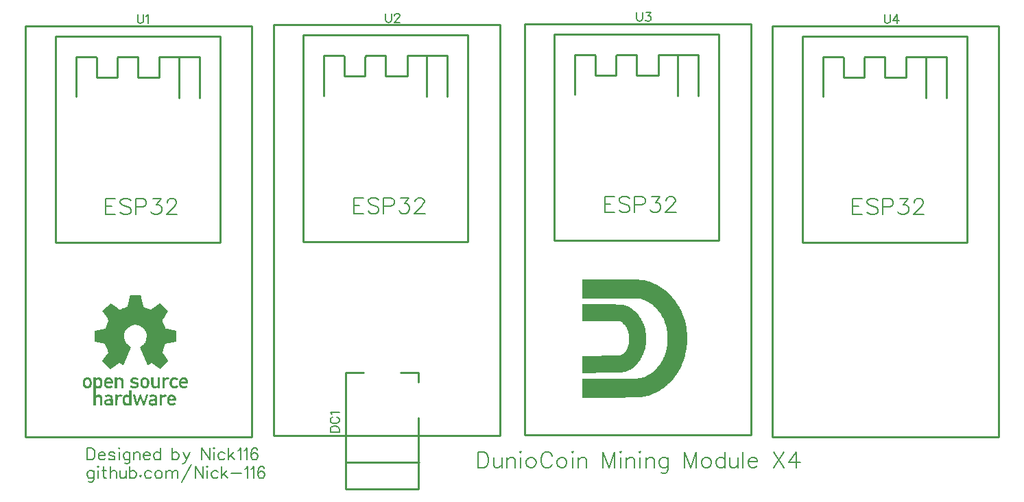
<source format=gto>
G04 Layer: TopSilkLayer*
G04 EasyEDA v6.4.19.5, 2021-06-03T21:19:05--4:00*
G04 414059cc890b428caf1b09701b66df98,e10cd4278cfb41548d653a77c6d3a388,10*
G04 Gerber Generator version 0.2*
G04 Scale: 100 percent, Rotated: No, Reflected: No *
G04 Dimensions in millimeters *
G04 leading zeros omitted , absolute positions ,4 integer and 5 decimal *
%FSLAX45Y45*%
%MOMM*%

%ADD10C,0.2540*%
%ADD13C,0.2032*%
%ADD14C,0.1524*%

%LPD*%
G36*
X6959600Y-3718712D02*
G01*
X6959600Y-3952087D01*
X7431938Y-3952290D01*
X7509611Y-3952697D01*
X7569352Y-3953357D01*
X7613903Y-3954322D01*
X7645958Y-3955694D01*
X7658201Y-3956558D01*
X7668361Y-3957574D01*
X7676794Y-3958691D01*
X7683804Y-3959961D01*
X7697317Y-3963263D01*
X7707680Y-3966260D01*
X7717942Y-3969613D01*
X7728102Y-3973271D01*
X7738211Y-3977284D01*
X7748168Y-3981602D01*
X7758023Y-3986276D01*
X7767777Y-3991254D01*
X7777429Y-3996537D01*
X7786979Y-4002125D01*
X7796377Y-4008018D01*
X7805623Y-4014165D01*
X7814767Y-4020667D01*
X7823809Y-4027424D01*
X7832648Y-4034434D01*
X7845653Y-4045508D01*
X7854137Y-4053230D01*
X7870647Y-4069384D01*
X7878673Y-4077868D01*
X7886496Y-4086606D01*
X7894116Y-4095546D01*
X7908899Y-4114139D01*
X7919466Y-4128668D01*
X7932826Y-4148785D01*
X7939227Y-4159148D01*
X7948422Y-4175099D01*
X7954264Y-4185920D01*
X7959902Y-4196994D01*
X7967929Y-4213860D01*
X7977784Y-4236974D01*
X7982356Y-4248810D01*
X7986674Y-4260748D01*
X7990738Y-4272838D01*
X7994548Y-4285081D01*
X7998104Y-4297476D01*
X8001406Y-4310024D01*
X8004403Y-4322673D01*
X8007146Y-4335424D01*
X8008823Y-4344568D01*
X8010296Y-4354576D01*
X8011515Y-4365294D01*
X8013395Y-4388612D01*
X8014055Y-4401058D01*
X8014716Y-4427067D01*
X8014766Y-4440478D01*
X8014512Y-4460849D01*
X8013496Y-4488129D01*
X8011718Y-4514850D01*
X8009280Y-4540453D01*
X8006181Y-4564176D01*
X8004352Y-4575149D01*
X8002371Y-4585411D01*
X8000238Y-4594860D01*
X7997393Y-4605629D01*
X7993684Y-4618228D01*
X7989620Y-4630724D01*
X7985302Y-4643069D01*
X7980680Y-4655261D01*
X7975752Y-4667351D01*
X7970520Y-4679238D01*
X7965033Y-4690973D01*
X7959293Y-4702556D01*
X7953298Y-4713935D01*
X7946999Y-4725162D01*
X7940446Y-4736185D01*
X7933690Y-4747006D01*
X7926679Y-4757623D01*
X7919466Y-4768037D01*
X7911998Y-4778197D01*
X7904327Y-4788154D01*
X7896402Y-4797907D01*
X7888325Y-4807356D01*
X7880045Y-4816602D01*
X7871612Y-4825542D01*
X7862925Y-4834280D01*
X7854137Y-4842662D01*
X7845145Y-4850841D01*
X7836001Y-4858664D01*
X7826705Y-4866233D01*
X7817256Y-4873498D01*
X7807655Y-4880457D01*
X7797952Y-4887112D01*
X7788097Y-4893411D01*
X7778140Y-4899406D01*
X7768081Y-4905044D01*
X7752791Y-4912817D01*
X7742478Y-4917592D01*
X7732064Y-4921961D01*
X7721600Y-4925974D01*
X7711033Y-4929632D01*
X7700416Y-4932883D01*
X7689748Y-4935728D01*
X7675727Y-4938826D01*
X7666126Y-4940300D01*
X7656677Y-4941316D01*
X7631988Y-4943043D01*
X7597444Y-4944364D01*
X7550759Y-4945278D01*
X7489444Y-4945938D01*
X7411212Y-4946243D01*
X6959600Y-4946497D01*
X6959600Y-5179822D01*
X7389723Y-5179720D01*
X7464552Y-5179364D01*
X7530236Y-5178806D01*
X7586218Y-5178044D01*
X7631785Y-5177078D01*
X7666431Y-5175910D01*
X7689494Y-5174589D01*
X7696453Y-5173827D01*
X7718501Y-5170271D01*
X7729474Y-5168188D01*
X7740396Y-5165852D01*
X7762036Y-5160467D01*
X7783474Y-5154218D01*
X7794091Y-5150815D01*
X7815122Y-5143296D01*
X7835900Y-5134914D01*
X7856423Y-5125770D01*
X7876641Y-5115814D01*
X7891576Y-5107787D01*
X7911185Y-5096510D01*
X7930489Y-5084419D01*
X7949387Y-5071618D01*
X7958683Y-5064963D01*
X7972450Y-5054650D01*
X7990484Y-5040274D01*
X8003743Y-5029047D01*
X8012430Y-5021376D01*
X8025231Y-5009540D01*
X8033613Y-5001463D01*
X8046008Y-4989068D01*
X8062112Y-4971948D01*
X8069986Y-4963210D01*
X8085328Y-4945227D01*
X8092795Y-4936032D01*
X8103768Y-4921961D01*
X8117890Y-4902758D01*
X8131454Y-4882997D01*
X8144459Y-4862728D01*
X8153806Y-4847234D01*
X8165693Y-4826152D01*
X8171434Y-4815433D01*
X8179765Y-4799126D01*
X8187690Y-4782566D01*
X8192770Y-4771440D01*
X8200034Y-4754524D01*
X8206994Y-4737354D01*
X8215579Y-4714189D01*
X8223503Y-4690618D01*
X8230666Y-4666691D01*
X8237067Y-4642459D01*
X8242706Y-4617872D01*
X8245246Y-4605528D01*
X8248903Y-4584344D01*
X8250428Y-4573625D01*
X8252917Y-4550613D01*
X8254847Y-4525873D01*
X8256219Y-4499813D01*
X8257184Y-4459224D01*
X8256981Y-4424934D01*
X8256422Y-4404512D01*
X8255558Y-4384446D01*
X8253425Y-4352239D01*
X8251139Y-4328109D01*
X8248243Y-4305858D01*
X8244789Y-4285894D01*
X8242452Y-4274972D01*
X8237981Y-4256024D01*
X8234730Y-4243476D01*
X8229498Y-4224832D01*
X8223808Y-4206341D01*
X8215579Y-4182008D01*
X8208924Y-4164025D01*
X8199323Y-4140352D01*
X8189061Y-4117136D01*
X8180882Y-4099966D01*
X8169402Y-4077512D01*
X8163407Y-4066489D01*
X8154060Y-4050131D01*
X8141055Y-4028744D01*
X8134350Y-4018229D01*
X8123936Y-4002735D01*
X8113166Y-3987546D01*
X8098332Y-3967835D01*
X8086801Y-3953408D01*
X8070951Y-3934663D01*
X8054543Y-3916578D01*
X8037575Y-3899154D01*
X8020151Y-3882390D01*
X8002168Y-3866286D01*
X7983728Y-3850894D01*
X7964830Y-3836263D01*
X7955229Y-3829202D01*
X7940598Y-3819042D01*
X7930692Y-3812438D01*
X7910626Y-3799941D01*
X7890103Y-3788206D01*
X7869275Y-3777335D01*
X7848041Y-3767328D01*
X7826502Y-3758184D01*
X7806842Y-3750716D01*
X7791399Y-3745229D01*
X7776768Y-3740404D01*
X7762341Y-3736187D01*
X7750505Y-3733292D01*
X7738059Y-3730650D01*
X7724648Y-3728415D01*
X7709966Y-3726434D01*
X7693659Y-3724757D01*
X7675473Y-3723335D01*
X7654950Y-3722166D01*
X7631887Y-3721201D01*
X7605877Y-3720439D01*
X7543800Y-3719423D01*
X7466075Y-3718915D01*
G37*
G36*
X7091324Y-4025087D02*
G01*
X7025436Y-4025442D01*
X6984593Y-4026154D01*
X6971842Y-4026662D01*
X6964832Y-4027271D01*
X6963714Y-4027576D01*
X6963308Y-4028541D01*
X6962495Y-4033418D01*
X6961733Y-4041851D01*
X6961073Y-4053484D01*
X6960108Y-4084472D01*
X6959600Y-4122877D01*
X6959600Y-4234840D01*
X7429042Y-4238193D01*
X7459014Y-4255922D01*
X7466939Y-4261408D01*
X7474508Y-4267504D01*
X7481671Y-4274210D01*
X7488428Y-4281373D01*
X7494778Y-4289044D01*
X7500772Y-4297222D01*
X7506360Y-4305808D01*
X7511542Y-4314799D01*
X7516317Y-4324146D01*
X7520686Y-4333849D01*
X7524699Y-4343857D01*
X7528306Y-4354169D01*
X7531506Y-4364736D01*
X7534300Y-4375556D01*
X7536688Y-4386529D01*
X7538720Y-4397654D01*
X7540345Y-4408932D01*
X7541564Y-4420362D01*
X7542377Y-4431792D01*
X7542784Y-4443323D01*
X7542834Y-4454855D01*
X7542479Y-4466336D01*
X7541717Y-4477816D01*
X7540548Y-4489196D01*
X7538974Y-4500473D01*
X7536992Y-4511649D01*
X7534656Y-4522622D01*
X7531912Y-4533392D01*
X7528763Y-4543958D01*
X7525207Y-4554270D01*
X7521295Y-4564278D01*
X7516926Y-4573981D01*
X7512202Y-4583328D01*
X7507071Y-4592320D01*
X7501534Y-4600854D01*
X7495590Y-4609033D01*
X7489291Y-4616704D01*
X7482535Y-4623866D01*
X7475423Y-4630521D01*
X7467904Y-4636617D01*
X7459980Y-4642104D01*
X7429042Y-4660392D01*
X6959600Y-4663744D01*
X6959600Y-4875022D01*
X7303109Y-4872126D01*
X7346137Y-4871516D01*
X7382205Y-4870754D01*
X7412126Y-4869688D01*
X7436815Y-4868265D01*
X7457236Y-4866335D01*
X7466075Y-4865217D01*
X7474203Y-4863896D01*
X7481722Y-4862423D01*
X7488681Y-4860798D01*
X7495286Y-4858918D01*
X7504684Y-4855819D01*
X7516825Y-4850841D01*
X7529372Y-4844948D01*
X7543292Y-4837988D01*
X7552486Y-4833061D01*
X7561630Y-4827727D01*
X7570673Y-4821936D01*
X7579614Y-4815687D01*
X7588453Y-4809083D01*
X7597190Y-4802022D01*
X7605775Y-4794656D01*
X7614259Y-4786884D01*
X7626654Y-4774539D01*
X7634731Y-4765903D01*
X7642656Y-4756962D01*
X7650378Y-4747717D01*
X7661554Y-4733340D01*
X7672273Y-4718304D01*
X7679131Y-4707991D01*
X7685786Y-4697476D01*
X7692136Y-4686706D01*
X7698231Y-4675733D01*
X7704124Y-4664557D01*
X7709662Y-4653229D01*
X7714945Y-4641748D01*
X7719923Y-4630115D01*
X7724546Y-4618380D01*
X7728915Y-4606493D01*
X7732877Y-4594504D01*
X7736535Y-4582464D01*
X7739481Y-4571542D01*
X7741818Y-4561179D01*
X7743850Y-4550003D01*
X7745628Y-4538065D01*
X7747152Y-4525467D01*
X7748473Y-4512360D01*
X7749489Y-4498797D01*
X7750251Y-4484928D01*
X7750759Y-4470755D01*
X7751013Y-4456430D01*
X7750911Y-4434890D01*
X7749895Y-4406544D01*
X7748981Y-4392777D01*
X7747812Y-4379366D01*
X7746390Y-4366463D01*
X7744764Y-4354118D01*
X7742834Y-4342434D01*
X7740650Y-4331512D01*
X7738211Y-4321505D01*
X7734757Y-4309465D01*
X7730998Y-4297476D01*
X7726883Y-4285589D01*
X7722412Y-4273854D01*
X7717637Y-4262221D01*
X7712557Y-4250690D01*
X7707172Y-4239310D01*
X7701534Y-4228134D01*
X7695539Y-4217111D01*
X7689342Y-4206290D01*
X7682839Y-4195673D01*
X7676134Y-4185310D01*
X7669174Y-4175150D01*
X7661960Y-4165244D01*
X7654544Y-4155592D01*
X7646924Y-4146245D01*
X7639100Y-4137151D01*
X7631125Y-4128363D01*
X7622946Y-4119930D01*
X7614615Y-4111802D01*
X7606131Y-4104030D01*
X7597495Y-4096613D01*
X7588707Y-4089603D01*
X7579817Y-4082948D01*
X7570825Y-4076750D01*
X7561732Y-4070908D01*
X7552537Y-4065524D01*
X7536180Y-4056989D01*
X7523124Y-4050588D01*
X7510881Y-4045204D01*
X7498638Y-4040733D01*
X7492238Y-4038803D01*
X7485481Y-4037076D01*
X7470546Y-4034129D01*
X7462164Y-4032910D01*
X7442860Y-4030878D01*
X7419543Y-4029303D01*
X7391400Y-4028186D01*
X7357465Y-4027322D01*
X7268819Y-4026154D01*
X7172756Y-4025341D01*
G37*
G36*
X1431188Y-3913936D02*
G01*
X1407464Y-3914140D01*
X1392021Y-3914698D01*
X1386789Y-3915257D01*
X1382928Y-3915968D01*
X1380185Y-3916984D01*
X1378305Y-3918204D01*
X1377086Y-3919778D01*
X1376324Y-3921658D01*
X1373936Y-3932478D01*
X1356258Y-4026560D01*
X1350873Y-4052315D01*
X1350365Y-4053738D01*
X1348232Y-4055160D01*
X1339240Y-4059428D01*
X1325524Y-4065117D01*
X1309014Y-4071467D01*
X1291640Y-4077817D01*
X1275334Y-4083456D01*
X1261973Y-4087723D01*
X1253490Y-4089857D01*
X1251661Y-4089908D01*
X1248206Y-4087977D01*
X1232204Y-4077715D01*
X1207820Y-4061307D01*
X1180134Y-4042257D01*
X1156512Y-4026509D01*
X1141831Y-4017264D01*
X1139139Y-4015994D01*
X1138275Y-4016400D01*
X1134110Y-4019753D01*
X1118006Y-4034637D01*
X1094740Y-4057396D01*
X1040485Y-4111751D01*
X1083462Y-4174439D01*
X1101394Y-4201769D01*
X1108252Y-4212742D01*
X1113180Y-4221124D01*
X1115822Y-4226356D01*
X1116126Y-4227576D01*
X1115720Y-4229608D01*
X1112672Y-4238548D01*
X1107135Y-4252518D01*
X1099870Y-4269841D01*
X1075436Y-4325416D01*
X943102Y-4349750D01*
X943102Y-4489246D01*
X1038606Y-4506671D01*
X1049375Y-4509109D01*
X1057960Y-4511751D01*
X1061567Y-4513173D01*
X1067663Y-4516526D01*
X1070254Y-4518507D01*
X1072591Y-4520742D01*
X1074724Y-4523232D01*
X1078585Y-4529226D01*
X1082243Y-4536694D01*
X1090523Y-4557217D01*
X1103477Y-4591151D01*
X1108506Y-4605629D01*
X1111351Y-4614976D01*
X1111707Y-4617212D01*
X1111402Y-4618532D01*
X1108913Y-4623714D01*
X1104239Y-4631893D01*
X1097838Y-4642459D01*
X1080922Y-4668469D01*
X1040434Y-4727803D01*
X1138123Y-4825441D01*
X1245260Y-4752594D01*
X1282598Y-4771288D01*
X1291386Y-4775301D01*
X1297533Y-4777790D01*
X1300073Y-4778298D01*
X1309573Y-4756048D01*
X1332484Y-4701184D01*
X1392732Y-4555490D01*
X1373428Y-4541570D01*
X1361338Y-4532122D01*
X1355852Y-4527499D01*
X1345996Y-4518304D01*
X1341526Y-4513732D01*
X1333652Y-4504486D01*
X1330198Y-4499813D01*
X1327048Y-4495088D01*
X1324152Y-4490262D01*
X1321562Y-4485335D01*
X1317193Y-4475124D01*
X1315415Y-4469790D01*
X1312570Y-4458614D01*
X1310640Y-4446625D01*
X1309522Y-4433722D01*
X1309217Y-4426864D01*
X1309166Y-4410811D01*
X1309522Y-4396282D01*
X1309878Y-4390390D01*
X1310436Y-4385208D01*
X1311249Y-4380534D01*
X1312265Y-4376216D01*
X1313535Y-4372051D01*
X1315161Y-4367936D01*
X1319479Y-4359046D01*
X1325219Y-4348835D01*
X1328369Y-4343806D01*
X1335176Y-4334408D01*
X1342491Y-4325721D01*
X1350314Y-4317847D01*
X1354429Y-4314139D01*
X1362964Y-4307382D01*
X1371854Y-4301337D01*
X1381150Y-4296054D01*
X1390700Y-4291584D01*
X1400556Y-4287774D01*
X1410563Y-4284776D01*
X1420774Y-4282541D01*
X1431086Y-4281017D01*
X1441500Y-4280255D01*
X1451914Y-4280255D01*
X1462278Y-4281017D01*
X1472590Y-4282541D01*
X1482801Y-4284776D01*
X1492859Y-4287774D01*
X1502664Y-4291584D01*
X1512265Y-4296054D01*
X1521510Y-4301337D01*
X1530451Y-4307382D01*
X1538986Y-4314139D01*
X1547063Y-4321708D01*
X1550924Y-4325721D01*
X1558239Y-4334408D01*
X1564995Y-4343806D01*
X1571142Y-4353966D01*
X1576273Y-4363669D01*
X1579829Y-4372051D01*
X1581150Y-4376216D01*
X1582166Y-4380534D01*
X1582928Y-4385208D01*
X1583486Y-4390390D01*
X1584096Y-4403039D01*
X1584248Y-4419752D01*
X1583893Y-4433722D01*
X1582775Y-4446625D01*
X1580845Y-4458614D01*
X1579524Y-4464304D01*
X1576171Y-4475124D01*
X1574139Y-4480306D01*
X1571802Y-4485335D01*
X1569212Y-4490262D01*
X1566367Y-4495088D01*
X1559712Y-4504486D01*
X1555953Y-4509109D01*
X1551838Y-4513732D01*
X1542643Y-4522876D01*
X1532026Y-4532122D01*
X1519936Y-4541570D01*
X1500581Y-4555540D01*
X1593443Y-4778298D01*
X1595983Y-4777790D01*
X1602079Y-4775301D01*
X1621485Y-4766056D01*
X1648510Y-4752390D01*
X1755241Y-4825492D01*
X1852930Y-4727803D01*
X1812493Y-4668469D01*
X1803501Y-4654753D01*
X1795627Y-4642205D01*
X1789226Y-4631385D01*
X1784604Y-4622901D01*
X1782165Y-4617364D01*
X1781860Y-4615840D01*
X1783435Y-4609236D01*
X1787550Y-4596841D01*
X1793595Y-4580382D01*
X1819808Y-4515154D01*
X1845157Y-4509160D01*
X1864258Y-4505198D01*
X1888489Y-4500575D01*
X1950262Y-4489704D01*
X1950262Y-4350054D01*
X1836826Y-4329125D01*
X1827377Y-4327144D01*
X1824583Y-4326077D01*
X1822094Y-4324553D01*
X1819706Y-4322521D01*
X1817370Y-4319676D01*
X1814982Y-4316018D01*
X1812340Y-4311243D01*
X1806041Y-4297934D01*
X1789633Y-4259732D01*
X1783181Y-4243730D01*
X1777593Y-4228541D01*
X1777187Y-4226661D01*
X1778558Y-4223461D01*
X1782419Y-4216806D01*
X1796034Y-4195368D01*
X1805025Y-4181703D01*
X1852930Y-4111701D01*
X1794916Y-4053738D01*
X1779828Y-4039108D01*
X1768348Y-4028592D01*
X1763775Y-4024782D01*
X1759864Y-4021836D01*
X1756613Y-4019702D01*
X1753920Y-4018330D01*
X1751685Y-4017670D01*
X1749907Y-4017619D01*
X1748434Y-4018229D01*
X1639112Y-4092956D01*
X1565046Y-4063034D01*
X1543253Y-4053890D01*
X1541932Y-4048861D01*
X1535480Y-4016654D01*
X1522577Y-3948480D01*
X1518666Y-3928719D01*
X1517040Y-3921658D01*
X1516278Y-3919778D01*
X1515059Y-3918204D01*
X1513230Y-3916984D01*
X1510487Y-3915968D01*
X1506626Y-3915257D01*
X1501394Y-3914698D01*
X1485950Y-3914140D01*
G37*
G36*
X1839874Y-4926177D02*
G01*
X1836724Y-4926634D01*
X1833067Y-4927803D01*
X1822704Y-4932172D01*
X1817116Y-4934254D01*
X1812543Y-4935321D01*
X1809445Y-4935321D01*
X1808276Y-4934204D01*
X1807260Y-4932578D01*
X1804365Y-4931206D01*
X1800148Y-4930292D01*
X1794967Y-4929987D01*
X1781657Y-4929987D01*
X1781657Y-5063083D01*
X1808276Y-5063083D01*
X1808378Y-5002225D01*
X1808632Y-4991557D01*
X1809140Y-4982565D01*
X1809953Y-4975250D01*
X1811172Y-4969357D01*
X1812848Y-4964836D01*
X1815084Y-4961432D01*
X1817878Y-4959096D01*
X1821383Y-4957622D01*
X1825599Y-4956962D01*
X1830679Y-4956860D01*
X1836623Y-4957216D01*
X1843938Y-4957267D01*
X1850491Y-4956149D01*
X1856232Y-4953762D01*
X1861210Y-4950206D01*
X1868017Y-4943246D01*
X1869643Y-4938268D01*
X1865833Y-4934356D01*
X1856435Y-4930394D01*
X1846478Y-4927092D01*
X1842973Y-4926330D01*
G37*
G36*
X1255268Y-4926177D02*
G01*
X1251762Y-4926584D01*
X1247851Y-4927701D01*
X1237030Y-4932172D01*
X1231442Y-4934254D01*
X1226870Y-4935321D01*
X1223772Y-4935321D01*
X1221384Y-4932578D01*
X1218082Y-4931206D01*
X1213154Y-4930292D01*
X1207109Y-4929987D01*
X1191564Y-4929987D01*
X1191564Y-5063083D01*
X1222654Y-5063083D01*
X1222705Y-5002276D01*
X1222959Y-4991658D01*
X1223467Y-4982718D01*
X1224280Y-4975402D01*
X1225448Y-4969510D01*
X1227074Y-4964988D01*
X1229207Y-4961585D01*
X1231950Y-4959248D01*
X1235303Y-4957775D01*
X1239418Y-4957064D01*
X1244244Y-4957013D01*
X1249984Y-4957419D01*
X1254810Y-4958130D01*
X1259027Y-4959451D01*
X1262684Y-4961382D01*
X1265783Y-4964023D01*
X1268425Y-4967478D01*
X1270558Y-4971846D01*
X1272286Y-4977231D01*
X1273657Y-4983683D01*
X1274622Y-4991303D01*
X1275283Y-5000142D01*
X1275689Y-5010404D01*
X1275892Y-5063083D01*
X1302512Y-5063083D01*
X1302410Y-5003901D01*
X1301851Y-4986223D01*
X1301292Y-4978654D01*
X1300480Y-4971796D01*
X1299514Y-4965700D01*
X1298295Y-4960213D01*
X1296822Y-4955336D01*
X1295044Y-4951018D01*
X1293012Y-4947208D01*
X1290624Y-4943805D01*
X1287932Y-4940858D01*
X1284884Y-4938217D01*
X1281480Y-4935880D01*
X1277721Y-4933746D01*
X1267460Y-4929378D01*
X1262684Y-4927600D01*
X1258773Y-4926533D01*
G37*
G36*
X993546Y-4926228D02*
G01*
X990041Y-4926584D01*
X986078Y-4927701D01*
X975258Y-4932172D01*
X969670Y-4934254D01*
X965098Y-4935321D01*
X961999Y-4935321D01*
X959612Y-4932578D01*
X956310Y-4931206D01*
X951382Y-4930292D01*
X945337Y-4929987D01*
X929792Y-4929987D01*
X929792Y-4992928D01*
X960983Y-4992928D01*
X961186Y-4985918D01*
X961694Y-4979314D01*
X962406Y-4973320D01*
X963421Y-4968240D01*
X964692Y-4964379D01*
X966165Y-4961940D01*
X969822Y-4959451D01*
X974648Y-4957775D01*
X980287Y-4956911D01*
X986231Y-4956810D01*
X992174Y-4957521D01*
X997712Y-4958943D01*
X1002385Y-4961077D01*
X1005789Y-4963922D01*
X1008278Y-4968748D01*
X1010158Y-4976266D01*
X1011428Y-4985766D01*
X1011885Y-4996535D01*
X1011428Y-5007305D01*
X1010158Y-5016804D01*
X1008278Y-5024323D01*
X1005789Y-5029149D01*
X1001826Y-5032502D01*
X996645Y-5034889D01*
X990752Y-5036210D01*
X984554Y-5036515D01*
X978509Y-5035804D01*
X972972Y-5034127D01*
X968502Y-5031486D01*
X965453Y-5027879D01*
X964031Y-5024221D01*
X962863Y-5019344D01*
X961999Y-5013502D01*
X961390Y-5007000D01*
X961034Y-5000040D01*
X960983Y-4992928D01*
X929792Y-4992928D01*
X929792Y-5276037D01*
X960882Y-5276037D01*
X960932Y-5215280D01*
X961186Y-5204612D01*
X961694Y-5195722D01*
X962456Y-5188356D01*
X963676Y-5182514D01*
X965301Y-5177942D01*
X967435Y-5174538D01*
X970178Y-5172202D01*
X973531Y-5170728D01*
X977646Y-5170068D01*
X982471Y-5169966D01*
X988212Y-5170373D01*
X993038Y-5171135D01*
X997254Y-5172405D01*
X1000912Y-5174335D01*
X1004011Y-5176977D01*
X1006652Y-5180482D01*
X1008786Y-5184851D01*
X1010513Y-5190185D01*
X1011885Y-5196636D01*
X1012850Y-5204256D01*
X1013510Y-5213146D01*
X1013917Y-5223357D01*
X1014120Y-5276037D01*
X1040739Y-5276037D01*
X1040637Y-5220208D01*
X1040079Y-5203799D01*
X1038860Y-5189728D01*
X1036980Y-5177891D01*
X1035761Y-5172760D01*
X1034389Y-5168087D01*
X1032814Y-5163921D01*
X1031036Y-5160162D01*
X1029106Y-5156911D01*
X1026921Y-5154015D01*
X1024585Y-5151577D01*
X1021994Y-5149443D01*
X1019200Y-5147716D01*
X1014272Y-5145735D01*
X1008227Y-5144312D01*
X1001420Y-5143449D01*
X994257Y-5143093D01*
X987094Y-5143347D01*
X980338Y-5144211D01*
X974344Y-5145582D01*
X966724Y-5148834D01*
X964641Y-5149088D01*
X963117Y-5147868D01*
X962050Y-5144668D01*
X961390Y-5139131D01*
X961034Y-5130698D01*
X960882Y-5119014D01*
X960882Y-5054904D01*
X977849Y-5061610D01*
X983335Y-5063490D01*
X988669Y-5064760D01*
X993800Y-5065471D01*
X998728Y-5065572D01*
X1003452Y-5065115D01*
X1007922Y-5064099D01*
X1012139Y-5062524D01*
X1016101Y-5060391D01*
X1019860Y-5057749D01*
X1023315Y-5054549D01*
X1026464Y-5050891D01*
X1029360Y-5046675D01*
X1031951Y-5042001D01*
X1034186Y-5036870D01*
X1036167Y-5031232D01*
X1037793Y-5025186D01*
X1039063Y-5018684D01*
X1039977Y-5011724D01*
X1040536Y-5004308D01*
X1040739Y-4996535D01*
X1040536Y-4987798D01*
X1039977Y-4979720D01*
X1039012Y-4972304D01*
X1037691Y-4965547D01*
X1035964Y-4959350D01*
X1033830Y-4953762D01*
X1031290Y-4948783D01*
X1028344Y-4944364D01*
X1024940Y-4940503D01*
X1021130Y-4937150D01*
X1016863Y-4934356D01*
X1012190Y-4932019D01*
X1001115Y-4927650D01*
X997102Y-4926584D01*
G37*
G36*
X1928418Y-4926330D02*
G01*
X1921510Y-4926838D01*
X1912772Y-4928768D01*
X1908098Y-4930241D01*
X1903679Y-4932121D01*
X1899462Y-4934458D01*
X1895449Y-4937201D01*
X1891690Y-4940350D01*
X1888185Y-4943805D01*
X1884883Y-4947615D01*
X1881886Y-4951730D01*
X1879092Y-4956098D01*
X1876653Y-4960721D01*
X1874469Y-4965547D01*
X1872538Y-4970526D01*
X1870964Y-4975707D01*
X1869693Y-4980990D01*
X1868728Y-4986426D01*
X1868119Y-4991912D01*
X1867865Y-4997450D01*
X1867966Y-5002987D01*
X1868424Y-5008524D01*
X1869236Y-5014061D01*
X1870405Y-5019497D01*
X1872030Y-5024882D01*
X1874012Y-5030114D01*
X1876399Y-5035245D01*
X1879142Y-5039766D01*
X1882393Y-5043982D01*
X1886102Y-5047843D01*
X1890217Y-5051348D01*
X1894687Y-5054447D01*
X1899462Y-5057190D01*
X1904492Y-5059527D01*
X1909724Y-5061458D01*
X1915109Y-5062982D01*
X1920595Y-5064099D01*
X1926132Y-5064810D01*
X1931670Y-5065064D01*
X1937156Y-5064861D01*
X1942541Y-5064252D01*
X1947722Y-5063134D01*
X1952752Y-5061610D01*
X1957476Y-5059578D01*
X1961896Y-5057038D01*
X1965960Y-5054041D01*
X1969566Y-5050485D01*
X1972360Y-5046065D01*
X1973072Y-5041646D01*
X1972005Y-5037480D01*
X1969516Y-5033924D01*
X1965858Y-5031232D01*
X1961337Y-5029758D01*
X1956257Y-5029809D01*
X1950923Y-5031689D01*
X1945487Y-5034280D01*
X1940153Y-5036159D01*
X1934972Y-5037277D01*
X1930044Y-5037785D01*
X1925370Y-5037582D01*
X1920900Y-5036718D01*
X1916734Y-5035245D01*
X1912924Y-5033162D01*
X1909419Y-5030470D01*
X1906320Y-5027218D01*
X1903577Y-5023408D01*
X1901291Y-5019040D01*
X1899462Y-5014163D01*
X1898142Y-5008778D01*
X1897329Y-5002885D01*
X1897024Y-4996535D01*
X1897329Y-4990185D01*
X1898142Y-4984292D01*
X1899462Y-4978908D01*
X1901291Y-4974031D01*
X1903577Y-4969662D01*
X1906320Y-4965852D01*
X1909419Y-4962550D01*
X1912924Y-4959908D01*
X1916734Y-4957775D01*
X1920900Y-4956302D01*
X1925370Y-4955489D01*
X1930044Y-4955286D01*
X1934972Y-4955743D01*
X1940153Y-4956911D01*
X1945487Y-4958791D01*
X1950923Y-4961382D01*
X1955698Y-4963363D01*
X1959813Y-4963617D01*
X1963877Y-4961991D01*
X1968449Y-4958435D01*
X1971649Y-4954625D01*
X1973021Y-4950714D01*
X1972614Y-4946802D01*
X1970532Y-4942992D01*
X1966772Y-4939334D01*
X1961438Y-4935880D01*
X1954580Y-4932781D01*
X1946300Y-4930038D01*
X1935886Y-4927346D01*
G37*
G36*
X1116380Y-4927041D02*
G01*
X1111250Y-4927092D01*
X1106068Y-4927650D01*
X1100785Y-4928717D01*
X1095552Y-4930444D01*
X1090625Y-4932680D01*
X1086002Y-4935474D01*
X1081684Y-4938826D01*
X1077671Y-4942586D01*
X1074013Y-4946802D01*
X1070762Y-4951425D01*
X1067816Y-4956403D01*
X1065276Y-4961686D01*
X1063142Y-4967274D01*
X1061364Y-4973167D01*
X1060395Y-4977638D01*
X1086154Y-4977638D01*
X1087120Y-4974234D01*
X1089914Y-4969713D01*
X1094282Y-4963871D01*
X1098651Y-4959197D01*
X1103376Y-4955743D01*
X1108405Y-4953508D01*
X1113586Y-4952542D01*
X1118819Y-4952796D01*
X1124051Y-4954270D01*
X1129080Y-4957013D01*
X1133906Y-4961026D01*
X1139139Y-4966766D01*
X1142288Y-4971542D01*
X1143304Y-4975402D01*
X1142085Y-4978400D01*
X1138580Y-4980584D01*
X1132789Y-4982108D01*
X1124610Y-4982972D01*
X1113942Y-4983226D01*
X1103477Y-4983124D01*
X1095654Y-4982667D01*
X1090269Y-4981702D01*
X1087170Y-4980076D01*
X1086154Y-4977638D01*
X1060395Y-4977638D01*
X1059129Y-4985562D01*
X1058672Y-4992014D01*
X1058621Y-4998567D01*
X1059078Y-5005222D01*
X1059992Y-5011928D01*
X1061364Y-5018684D01*
X1063244Y-5025390D01*
X1065631Y-5032044D01*
X1067917Y-5036972D01*
X1070660Y-5041493D01*
X1073861Y-5045659D01*
X1077417Y-5049469D01*
X1081328Y-5052872D01*
X1085596Y-5055870D01*
X1090117Y-5058460D01*
X1094892Y-5060696D01*
X1099921Y-5062474D01*
X1105103Y-5063845D01*
X1110386Y-5064760D01*
X1115822Y-5065217D01*
X1121308Y-5065268D01*
X1126794Y-5064861D01*
X1132281Y-5063998D01*
X1137767Y-5062626D01*
X1143152Y-5060797D01*
X1148384Y-5058460D01*
X1153515Y-5055666D01*
X1158443Y-5052314D01*
X1163269Y-5048453D01*
X1164844Y-5045456D01*
X1162964Y-5041849D01*
X1157630Y-5036159D01*
X1152093Y-5030978D01*
X1147978Y-5028946D01*
X1143711Y-5029911D01*
X1132332Y-5036972D01*
X1126845Y-5039207D01*
X1121460Y-5040325D01*
X1116126Y-5040426D01*
X1110894Y-5039410D01*
X1105763Y-5037328D01*
X1100785Y-5034229D01*
X1095959Y-5030012D01*
X1091387Y-5025186D01*
X1087882Y-5021021D01*
X1085545Y-5017465D01*
X1084478Y-5014468D01*
X1084732Y-5011978D01*
X1086307Y-5009946D01*
X1089253Y-5008372D01*
X1093724Y-5007203D01*
X1099667Y-5006340D01*
X1107236Y-5005781D01*
X1116380Y-5005476D01*
X1169416Y-5005425D01*
X1169365Y-4986528D01*
X1169111Y-4980787D01*
X1168400Y-4975250D01*
X1167231Y-4969916D01*
X1165606Y-4964785D01*
X1163574Y-4959858D01*
X1161186Y-4955235D01*
X1158443Y-4950866D01*
X1155344Y-4946802D01*
X1151940Y-4943094D01*
X1148283Y-4939690D01*
X1144320Y-4936642D01*
X1140104Y-4934000D01*
X1135735Y-4931714D01*
X1131112Y-4929886D01*
X1126337Y-4928463D01*
X1121460Y-4927549D01*
G37*
G36*
X853440Y-4927092D02*
G01*
X848461Y-4927498D01*
X843330Y-4928362D01*
X838047Y-4929632D01*
X832612Y-4931359D01*
X826617Y-4933746D01*
X821283Y-4936439D01*
X816610Y-4939639D01*
X812546Y-4943246D01*
X809091Y-4947412D01*
X806196Y-4952136D01*
X803859Y-4957572D01*
X801979Y-4963668D01*
X800608Y-4970576D01*
X799642Y-4978298D01*
X799084Y-4986934D01*
X798931Y-4996535D01*
X823315Y-4996535D01*
X823620Y-4990134D01*
X824534Y-4984140D01*
X825957Y-4978654D01*
X827887Y-4973675D01*
X830275Y-4969205D01*
X833018Y-4965293D01*
X836168Y-4961991D01*
X839622Y-4959299D01*
X843330Y-4957267D01*
X847242Y-4955946D01*
X851357Y-4955336D01*
X855573Y-4955438D01*
X859891Y-4956302D01*
X864260Y-4958029D01*
X868578Y-4960569D01*
X872896Y-4963922D01*
X876604Y-4968544D01*
X879144Y-4974793D01*
X880567Y-4983124D01*
X880973Y-4993995D01*
X880821Y-5001056D01*
X880262Y-5007406D01*
X879297Y-5013096D01*
X877976Y-5018125D01*
X876249Y-5022545D01*
X874115Y-5026304D01*
X871524Y-5029454D01*
X868527Y-5031994D01*
X865124Y-5033975D01*
X861263Y-5035346D01*
X856945Y-5036210D01*
X852169Y-5036464D01*
X845362Y-5035854D01*
X839469Y-5034026D01*
X834491Y-5030927D01*
X830478Y-5026558D01*
X827328Y-5020970D01*
X825093Y-5014112D01*
X823772Y-5005984D01*
X823315Y-4996535D01*
X798931Y-4996535D01*
X799084Y-5006340D01*
X799642Y-5015128D01*
X800658Y-5023002D01*
X802132Y-5029962D01*
X804062Y-5036108D01*
X806551Y-5041493D01*
X809650Y-5046218D01*
X813358Y-5050332D01*
X817676Y-5053888D01*
X822756Y-5057038D01*
X828548Y-5059730D01*
X835050Y-5062118D01*
X841248Y-5063845D01*
X847242Y-5064963D01*
X853033Y-5065471D01*
X858621Y-5065420D01*
X864006Y-5064810D01*
X869137Y-5063642D01*
X874014Y-5061915D01*
X878636Y-5059680D01*
X882954Y-5056936D01*
X886968Y-5053685D01*
X890676Y-5049977D01*
X894080Y-5045760D01*
X897128Y-5041138D01*
X899820Y-5036058D01*
X902157Y-5030520D01*
X904087Y-5024577D01*
X905611Y-5018278D01*
X906678Y-5011521D01*
X907389Y-5004460D01*
X907592Y-4996992D01*
X907440Y-4990388D01*
X906932Y-4984038D01*
X906170Y-4978044D01*
X905103Y-4972304D01*
X903732Y-4966919D01*
X902055Y-4961788D01*
X900125Y-4957013D01*
X897940Y-4952542D01*
X895451Y-4948428D01*
X892759Y-4944668D01*
X889762Y-4941214D01*
X886612Y-4938166D01*
X883158Y-4935423D01*
X879500Y-4933086D01*
X875639Y-4931105D01*
X871575Y-4929530D01*
X867359Y-4928311D01*
X862888Y-4927498D01*
X858266Y-4927092D01*
G37*
G36*
X2039975Y-4927650D02*
G01*
X2034336Y-4928006D01*
X2028545Y-4928920D01*
X2022652Y-4930394D01*
X2018436Y-4931918D01*
X2014423Y-4934000D01*
X2010664Y-4936591D01*
X2007158Y-4939639D01*
X2003907Y-4943094D01*
X2000910Y-4946904D01*
X1998116Y-4951120D01*
X1995627Y-4955590D01*
X1993392Y-4960366D01*
X1991410Y-4965344D01*
X1989734Y-4970576D01*
X1988447Y-4975402D01*
X2011883Y-4975402D01*
X2012848Y-4971542D01*
X2016048Y-4966766D01*
X2021281Y-4961026D01*
X2026056Y-4957013D01*
X2031136Y-4954270D01*
X2036318Y-4952796D01*
X2041550Y-4952542D01*
X2046732Y-4953508D01*
X2051761Y-4955743D01*
X2056485Y-4959197D01*
X2060854Y-4963871D01*
X2065274Y-4969713D01*
X2068017Y-4974234D01*
X2068982Y-4977638D01*
X2068017Y-4980076D01*
X2064918Y-4981702D01*
X2059482Y-4982667D01*
X2051659Y-4983124D01*
X2041245Y-4983226D01*
X2030577Y-4982972D01*
X2022348Y-4982108D01*
X2016556Y-4980584D01*
X2013102Y-4978400D01*
X2011883Y-4975402D01*
X1988447Y-4975402D01*
X1987143Y-4981448D01*
X1986330Y-4986985D01*
X1985772Y-4992624D01*
X1985518Y-5003901D01*
X1985873Y-5009438D01*
X1986534Y-5014874D01*
X1987499Y-5020208D01*
X1988769Y-5025390D01*
X1990394Y-5030317D01*
X1992375Y-5034991D01*
X1994611Y-5039410D01*
X1997252Y-5043525D01*
X2000199Y-5047234D01*
X2003501Y-5050586D01*
X2007158Y-5053482D01*
X2011527Y-5056225D01*
X2016099Y-5058613D01*
X2020925Y-5060645D01*
X2025853Y-5062220D01*
X2030933Y-5063490D01*
X2036165Y-5064353D01*
X2041398Y-5064861D01*
X2046681Y-5064963D01*
X2051913Y-5064658D01*
X2057146Y-5064048D01*
X2062327Y-5063032D01*
X2067356Y-5061610D01*
X2072284Y-5059832D01*
X2077008Y-5057698D01*
X2081530Y-5055158D01*
X2085797Y-5052314D01*
X2090623Y-5048453D01*
X2092198Y-5045456D01*
X2090420Y-5042001D01*
X2085339Y-5036566D01*
X2079955Y-5031587D01*
X2075586Y-5029657D01*
X2070506Y-5030520D01*
X2057501Y-5036667D01*
X2051812Y-5038852D01*
X2046732Y-5040325D01*
X2042922Y-5040884D01*
X2038502Y-5040122D01*
X2033574Y-5038039D01*
X2028494Y-5034940D01*
X2023567Y-5031028D01*
X2019198Y-5026710D01*
X2015642Y-5022240D01*
X2013254Y-5017871D01*
X2012391Y-5013960D01*
X2012594Y-5011318D01*
X2013559Y-5009286D01*
X2015540Y-5007813D01*
X2018995Y-5006746D01*
X2024227Y-5006035D01*
X2031644Y-5005628D01*
X2041652Y-5005425D01*
X2096668Y-5005425D01*
X2096668Y-4986528D01*
X2096414Y-4980432D01*
X2095652Y-4974539D01*
X2094433Y-4968951D01*
X2092756Y-4963617D01*
X2090674Y-4958588D01*
X2088134Y-4953863D01*
X2085238Y-4949494D01*
X2081987Y-4945481D01*
X2078380Y-4941824D01*
X2074468Y-4938522D01*
X2070252Y-4935626D01*
X2065782Y-4933188D01*
X2061057Y-4931156D01*
X2056079Y-4929530D01*
X2050897Y-4928412D01*
X2045512Y-4927803D01*
G37*
G36*
X1562862Y-4927752D02*
G01*
X1556054Y-4928057D01*
X1549247Y-4929174D01*
X1542491Y-4931156D01*
X1536496Y-4933645D01*
X1531162Y-4936439D01*
X1526489Y-4939588D01*
X1522425Y-4943246D01*
X1518970Y-4947462D01*
X1516075Y-4952187D01*
X1513738Y-4957622D01*
X1511858Y-4963718D01*
X1510487Y-4970627D01*
X1509522Y-4978349D01*
X1508963Y-4986985D01*
X1508810Y-4996535D01*
X1533194Y-4996535D01*
X1533652Y-4987086D01*
X1534972Y-4978958D01*
X1537208Y-4972100D01*
X1540357Y-4966512D01*
X1544421Y-4962144D01*
X1549349Y-4959045D01*
X1555242Y-4957216D01*
X1562049Y-4956606D01*
X1569212Y-4957165D01*
X1575155Y-4958943D01*
X1579981Y-4961991D01*
X1583994Y-4966462D01*
X1586687Y-4971897D01*
X1588871Y-4979365D01*
X1590344Y-4987899D01*
X1590903Y-4996535D01*
X1590446Y-5005984D01*
X1589125Y-5014112D01*
X1586890Y-5020970D01*
X1583740Y-5026558D01*
X1579727Y-5030927D01*
X1574749Y-5034026D01*
X1568856Y-5035854D01*
X1562049Y-5036464D01*
X1555242Y-5035854D01*
X1549349Y-5034026D01*
X1544421Y-5030927D01*
X1540357Y-5026558D01*
X1537208Y-5020970D01*
X1534972Y-5014112D01*
X1533652Y-5005984D01*
X1533194Y-4996535D01*
X1508810Y-4996535D01*
X1509217Y-5014468D01*
X1509776Y-5021326D01*
X1510588Y-5027015D01*
X1511808Y-5031892D01*
X1513433Y-5036210D01*
X1515516Y-5040122D01*
X1518056Y-5043881D01*
X1521510Y-5048046D01*
X1525270Y-5051704D01*
X1529334Y-5054904D01*
X1533652Y-5057698D01*
X1538224Y-5059984D01*
X1542999Y-5061864D01*
X1547926Y-5063286D01*
X1552905Y-5064252D01*
X1558036Y-5064760D01*
X1563166Y-5064810D01*
X1568246Y-5064455D01*
X1573326Y-5063642D01*
X1578305Y-5062423D01*
X1583182Y-5060696D01*
X1587855Y-5058562D01*
X1592326Y-5056022D01*
X1596542Y-5052974D01*
X1600504Y-5049570D01*
X1604111Y-5045659D01*
X1607362Y-5041341D01*
X1609445Y-5037785D01*
X1611325Y-5033518D01*
X1612950Y-5028742D01*
X1614373Y-5023510D01*
X1615541Y-5017922D01*
X1617167Y-5005984D01*
X1617827Y-4993589D01*
X1617776Y-4987442D01*
X1617472Y-4981448D01*
X1616913Y-4975707D01*
X1616100Y-4970322D01*
X1614982Y-4965344D01*
X1613560Y-4960874D01*
X1611884Y-4957013D01*
X1608429Y-4951272D01*
X1604314Y-4946040D01*
X1599539Y-4941417D01*
X1594307Y-4937404D01*
X1588617Y-4934102D01*
X1582521Y-4931410D01*
X1576171Y-4929428D01*
X1569567Y-4928209D01*
G37*
G36*
X1435201Y-4927904D02*
G01*
X1429816Y-4928006D01*
X1424635Y-4928362D01*
X1419758Y-4929124D01*
X1415288Y-4930190D01*
X1408582Y-4932680D01*
X1402740Y-4935778D01*
X1397660Y-4939538D01*
X1393494Y-4943906D01*
X1390142Y-4948885D01*
X1387703Y-4954473D01*
X1386128Y-4960620D01*
X1385468Y-4967274D01*
X1385620Y-4973066D01*
X1386433Y-4978349D01*
X1387856Y-4983226D01*
X1389989Y-4987645D01*
X1392783Y-4991608D01*
X1396288Y-4995164D01*
X1400505Y-4998313D01*
X1405432Y-5001107D01*
X1411122Y-5003444D01*
X1417523Y-5005476D01*
X1424736Y-5007102D01*
X1446174Y-5010607D01*
X1454759Y-5013045D01*
X1459534Y-5016246D01*
X1461566Y-5020614D01*
X1461820Y-5025237D01*
X1460754Y-5029301D01*
X1458620Y-5032756D01*
X1455420Y-5035550D01*
X1451305Y-5037734D01*
X1446479Y-5039207D01*
X1440942Y-5040020D01*
X1434947Y-5040020D01*
X1428546Y-5039309D01*
X1421892Y-5037785D01*
X1415084Y-5035448D01*
X1408277Y-5032248D01*
X1398981Y-5027523D01*
X1393291Y-5025898D01*
X1389227Y-5027371D01*
X1384604Y-5031994D01*
X1380185Y-5038648D01*
X1380236Y-5044440D01*
X1385011Y-5049977D01*
X1394815Y-5055819D01*
X1401521Y-5058867D01*
X1408226Y-5061356D01*
X1414932Y-5063236D01*
X1421638Y-5064607D01*
X1428242Y-5065471D01*
X1434693Y-5065776D01*
X1440992Y-5065572D01*
X1447088Y-5064912D01*
X1452930Y-5063744D01*
X1458468Y-5062118D01*
X1463649Y-5060035D01*
X1468526Y-5057546D01*
X1472946Y-5054650D01*
X1476908Y-5051298D01*
X1480362Y-5047589D01*
X1483309Y-5043525D01*
X1485696Y-5039055D01*
X1487424Y-5034229D01*
X1488490Y-5029098D01*
X1488846Y-5023662D01*
X1488592Y-5017871D01*
X1487932Y-5012588D01*
X1486763Y-5007813D01*
X1485087Y-5003495D01*
X1482953Y-4999685D01*
X1480261Y-4996281D01*
X1477111Y-4993335D01*
X1473454Y-4990795D01*
X1469237Y-4988712D01*
X1464462Y-4987036D01*
X1459179Y-4985766D01*
X1431747Y-4982159D01*
X1424736Y-4980787D01*
X1419758Y-4979212D01*
X1416456Y-4977282D01*
X1414526Y-4974894D01*
X1413662Y-4971846D01*
X1413408Y-4968087D01*
X1413865Y-4964226D01*
X1415186Y-4960823D01*
X1417320Y-4957978D01*
X1420164Y-4955692D01*
X1423619Y-4953914D01*
X1427632Y-4952695D01*
X1432052Y-4952085D01*
X1436928Y-4952085D01*
X1442059Y-4952695D01*
X1447444Y-4953914D01*
X1452981Y-4955844D01*
X1465224Y-4961483D01*
X1469948Y-4962042D01*
X1474266Y-4959908D01*
X1479550Y-4954828D01*
X1488694Y-4945126D01*
X1476552Y-4938064D01*
X1472336Y-4935829D01*
X1467662Y-4933899D01*
X1462633Y-4932172D01*
X1457401Y-4930749D01*
X1451914Y-4929581D01*
X1446326Y-4928717D01*
X1440738Y-4928158D01*
G37*
G36*
X1638757Y-4929987D02*
G01*
X1640738Y-4992979D01*
X1641805Y-5011216D01*
X1642567Y-5018938D01*
X1643532Y-5025796D01*
X1644650Y-5031892D01*
X1646021Y-5037226D01*
X1647647Y-5041900D01*
X1649577Y-5046014D01*
X1651812Y-5049520D01*
X1654352Y-5052618D01*
X1657248Y-5055260D01*
X1660550Y-5057597D01*
X1664207Y-5059629D01*
X1672945Y-5063083D01*
X1681784Y-5065471D01*
X1689100Y-5065826D01*
X1696720Y-5063947D01*
X1714906Y-5055666D01*
X1720342Y-5053990D01*
X1723186Y-5054447D01*
X1724914Y-5059527D01*
X1727504Y-5061458D01*
X1731721Y-5062677D01*
X1737309Y-5063083D01*
X1750618Y-5063083D01*
X1750618Y-4929987D01*
X1723999Y-4929987D01*
X1723898Y-4985308D01*
X1723491Y-4995773D01*
X1722780Y-5004765D01*
X1721764Y-5012436D01*
X1720342Y-5018836D01*
X1718462Y-5024069D01*
X1716125Y-5028234D01*
X1713230Y-5031435D01*
X1709826Y-5033772D01*
X1705813Y-5035346D01*
X1701139Y-5036210D01*
X1695805Y-5036464D01*
X1690522Y-5036312D01*
X1686052Y-5035804D01*
X1682343Y-5034788D01*
X1679244Y-5033060D01*
X1676755Y-5030520D01*
X1674774Y-5027066D01*
X1673301Y-5022494D01*
X1672234Y-5016652D01*
X1671472Y-5009438D01*
X1671015Y-5000650D01*
X1670761Y-4977892D01*
X1670761Y-4929987D01*
G37*
G36*
X1369060Y-5089702D02*
G01*
X1369060Y-5120741D01*
X1368856Y-5130546D01*
X1368298Y-5138521D01*
X1367383Y-5144668D01*
X1366164Y-5148986D01*
X1364589Y-5151475D01*
X1362659Y-5152034D01*
X1360474Y-5150662D01*
X1357934Y-5147360D01*
X1355344Y-5145684D01*
X1350162Y-5144262D01*
X1343253Y-5143296D01*
X1335328Y-5142941D01*
X1330147Y-5143144D01*
X1325321Y-5143703D01*
X1320800Y-5144617D01*
X1316634Y-5145938D01*
X1312722Y-5147665D01*
X1309166Y-5149748D01*
X1305864Y-5152237D01*
X1302918Y-5155133D01*
X1300276Y-5158435D01*
X1297889Y-5162143D01*
X1295806Y-5166258D01*
X1294028Y-5170830D01*
X1292555Y-5175808D01*
X1291386Y-5181193D01*
X1290472Y-5187086D01*
X1289812Y-5193334D01*
X1289456Y-5200091D01*
X1289418Y-5205425D01*
X1316177Y-5205425D01*
X1316431Y-5199837D01*
X1317142Y-5194350D01*
X1318260Y-5189169D01*
X1319936Y-5184394D01*
X1322019Y-5180025D01*
X1324660Y-5176215D01*
X1328521Y-5173065D01*
X1333550Y-5170881D01*
X1339392Y-5169712D01*
X1345539Y-5169560D01*
X1351534Y-5170322D01*
X1357020Y-5172049D01*
X1361440Y-5174640D01*
X1364437Y-5178145D01*
X1366215Y-5183581D01*
X1367688Y-5192064D01*
X1368704Y-5202478D01*
X1369060Y-5213553D01*
X1368806Y-5221173D01*
X1367993Y-5228031D01*
X1366723Y-5234127D01*
X1364945Y-5239410D01*
X1362760Y-5243830D01*
X1360068Y-5247386D01*
X1356969Y-5250129D01*
X1353413Y-5251958D01*
X1349502Y-5252923D01*
X1345184Y-5252923D01*
X1340510Y-5252008D01*
X1335481Y-5250129D01*
X1332026Y-5248046D01*
X1328826Y-5245150D01*
X1325981Y-5241594D01*
X1323441Y-5237429D01*
X1321257Y-5232806D01*
X1319479Y-5227726D01*
X1318056Y-5222392D01*
X1316990Y-5216804D01*
X1316380Y-5211114D01*
X1316177Y-5205425D01*
X1289418Y-5205425D01*
X1289608Y-5214924D01*
X1290066Y-5223002D01*
X1290726Y-5229606D01*
X1291793Y-5235803D01*
X1293215Y-5241696D01*
X1294942Y-5247182D01*
X1297025Y-5252364D01*
X1299362Y-5257088D01*
X1302004Y-5261406D01*
X1304950Y-5265318D01*
X1308150Y-5268823D01*
X1311554Y-5271871D01*
X1315212Y-5274462D01*
X1319022Y-5276545D01*
X1323086Y-5278170D01*
X1327251Y-5279288D01*
X1331620Y-5279898D01*
X1336141Y-5279999D01*
X1340713Y-5279542D01*
X1345438Y-5278526D01*
X1350264Y-5276951D01*
X1360525Y-5272430D01*
X1364945Y-5271109D01*
X1367942Y-5270906D01*
X1369060Y-5271973D01*
X1370279Y-5273548D01*
X1373632Y-5274868D01*
X1378559Y-5275732D01*
X1384554Y-5276037D01*
X1400098Y-5276037D01*
X1400098Y-5089702D01*
G37*
G36*
X1894484Y-5141569D02*
G01*
X1889455Y-5141620D01*
X1884425Y-5142128D01*
X1879447Y-5143144D01*
X1874520Y-5144719D01*
X1869744Y-5146903D01*
X1865071Y-5149646D01*
X1860550Y-5152948D01*
X1857146Y-5156149D01*
X1853946Y-5159806D01*
X1851101Y-5163921D01*
X1848459Y-5168392D01*
X1846173Y-5173167D01*
X1844141Y-5178298D01*
X1842414Y-5183632D01*
X1840851Y-5189880D01*
X1865833Y-5189880D01*
X1866036Y-5186680D01*
X1867966Y-5182565D01*
X1871522Y-5177586D01*
X1875536Y-5173218D01*
X1879854Y-5169916D01*
X1884375Y-5167579D01*
X1889099Y-5166309D01*
X1893925Y-5166055D01*
X1898853Y-5166868D01*
X1903831Y-5168747D01*
X1908810Y-5171643D01*
X1912620Y-5174894D01*
X1916074Y-5178907D01*
X1918817Y-5183174D01*
X1920443Y-5187188D01*
X1921052Y-5192115D01*
X1918157Y-5194808D01*
X1909927Y-5195976D01*
X1894382Y-5196179D01*
X1884425Y-5195976D01*
X1876704Y-5195366D01*
X1871065Y-5194147D01*
X1867509Y-5192369D01*
X1865833Y-5189880D01*
X1840851Y-5189880D01*
X1839874Y-5194808D01*
X1839112Y-5200599D01*
X1838604Y-5206441D01*
X1838452Y-5212334D01*
X1838655Y-5218176D01*
X1839163Y-5223916D01*
X1839975Y-5229555D01*
X1841195Y-5234990D01*
X1842719Y-5240274D01*
X1844598Y-5245252D01*
X1846884Y-5249976D01*
X1849475Y-5254345D01*
X1853285Y-5259324D01*
X1857552Y-5263743D01*
X1862277Y-5267604D01*
X1867357Y-5270957D01*
X1872792Y-5273700D01*
X1878482Y-5275884D01*
X1884425Y-5277510D01*
X1890522Y-5278577D01*
X1896770Y-5279034D01*
X1903069Y-5278882D01*
X1909368Y-5278120D01*
X1915617Y-5276748D01*
X1921814Y-5274818D01*
X1927860Y-5272227D01*
X1933702Y-5268976D01*
X1939289Y-5265166D01*
X1944116Y-5261152D01*
X1945487Y-5258206D01*
X1943252Y-5254904D01*
X1937156Y-5249875D01*
X1931111Y-5245557D01*
X1926589Y-5243880D01*
X1922373Y-5244592D01*
X1912162Y-5250535D01*
X1906676Y-5252364D01*
X1900986Y-5253278D01*
X1895246Y-5253278D01*
X1889607Y-5252364D01*
X1884273Y-5250688D01*
X1879295Y-5248300D01*
X1874926Y-5245201D01*
X1871218Y-5241493D01*
X1868424Y-5237226D01*
X1866595Y-5232450D01*
X1865985Y-5227269D01*
X1866188Y-5224475D01*
X1867052Y-5222392D01*
X1868982Y-5220817D01*
X1872335Y-5219700D01*
X1877568Y-5218988D01*
X1884984Y-5218582D01*
X1908149Y-5218379D01*
X1950262Y-5218379D01*
X1950262Y-5202428D01*
X1950008Y-5196433D01*
X1949196Y-5190693D01*
X1947875Y-5185156D01*
X1946097Y-5179872D01*
X1943862Y-5174894D01*
X1941220Y-5170119D01*
X1938223Y-5165699D01*
X1934819Y-5161584D01*
X1931162Y-5157774D01*
X1927250Y-5154371D01*
X1923034Y-5151272D01*
X1918614Y-5148580D01*
X1914042Y-5146294D01*
X1909267Y-5144465D01*
X1904441Y-5143042D01*
X1899462Y-5142077D01*
G37*
G36*
X1109268Y-5142230D02*
G01*
X1103528Y-5142534D01*
X1097889Y-5143195D01*
X1092606Y-5144160D01*
X1087628Y-5145481D01*
X1083056Y-5147106D01*
X1079042Y-5149088D01*
X1075690Y-5151374D01*
X1065276Y-5159806D01*
X1076198Y-5168646D01*
X1082243Y-5173116D01*
X1086764Y-5174945D01*
X1090980Y-5174284D01*
X1100531Y-5168747D01*
X1105458Y-5167071D01*
X1110589Y-5166207D01*
X1115822Y-5166106D01*
X1120952Y-5166766D01*
X1125880Y-5168087D01*
X1130452Y-5170068D01*
X1134465Y-5172608D01*
X1137869Y-5175656D01*
X1140510Y-5179212D01*
X1142187Y-5183225D01*
X1142746Y-5187543D01*
X1142034Y-5191963D01*
X1139240Y-5194554D01*
X1133500Y-5195874D01*
X1116228Y-5196433D01*
X1109014Y-5196992D01*
X1102207Y-5197957D01*
X1095857Y-5199227D01*
X1089964Y-5200904D01*
X1084529Y-5202834D01*
X1079601Y-5205120D01*
X1075182Y-5207711D01*
X1071219Y-5210606D01*
X1067816Y-5213756D01*
X1064971Y-5217210D01*
X1062634Y-5220868D01*
X1060856Y-5224830D01*
X1059637Y-5228945D01*
X1059027Y-5233314D01*
X1058996Y-5236108D01*
X1085088Y-5236108D01*
X1085799Y-5232755D01*
X1087577Y-5229707D01*
X1090371Y-5226964D01*
X1094079Y-5224627D01*
X1098651Y-5222697D01*
X1104138Y-5221224D01*
X1110386Y-5220208D01*
X1117346Y-5219700D01*
X1125016Y-5219801D01*
X1133449Y-5220614D01*
X1137970Y-5222494D01*
X1139698Y-5226456D01*
X1139596Y-5233517D01*
X1138783Y-5238851D01*
X1137259Y-5243728D01*
X1135278Y-5247690D01*
X1132941Y-5250129D01*
X1128623Y-5252008D01*
X1123035Y-5253177D01*
X1116634Y-5253685D01*
X1109929Y-5253583D01*
X1103426Y-5252872D01*
X1097534Y-5251602D01*
X1092809Y-5249773D01*
X1089710Y-5247436D01*
X1086967Y-5243474D01*
X1085443Y-5239664D01*
X1085088Y-5236108D01*
X1058996Y-5236108D01*
X1058976Y-5237937D01*
X1059535Y-5242712D01*
X1060754Y-5247640D01*
X1062532Y-5252770D01*
X1064971Y-5258054D01*
X1068019Y-5262880D01*
X1071880Y-5267147D01*
X1076401Y-5270804D01*
X1081532Y-5273903D01*
X1087069Y-5276392D01*
X1093012Y-5278221D01*
X1099210Y-5279339D01*
X1105611Y-5279796D01*
X1112012Y-5279542D01*
X1118412Y-5278475D01*
X1124610Y-5276697D01*
X1135329Y-5271922D01*
X1139190Y-5270804D01*
X1141780Y-5270754D01*
X1143863Y-5273497D01*
X1146810Y-5274818D01*
X1151128Y-5275732D01*
X1156462Y-5276037D01*
X1170127Y-5276037D01*
X1168298Y-5207558D01*
X1167587Y-5188102D01*
X1167130Y-5180888D01*
X1166520Y-5174996D01*
X1165707Y-5170271D01*
X1164742Y-5166461D01*
X1163472Y-5163362D01*
X1161846Y-5160772D01*
X1159916Y-5158435D01*
X1154734Y-5153660D01*
X1151280Y-5151120D01*
X1147267Y-5148935D01*
X1142695Y-5147056D01*
X1137716Y-5145481D01*
X1132382Y-5144160D01*
X1126794Y-5143246D01*
X1121003Y-5142585D01*
X1115161Y-5142230D01*
G37*
G36*
X1746199Y-5142941D02*
G01*
X1746199Y-5276037D01*
X1772818Y-5276037D01*
X1772869Y-5220563D01*
X1773478Y-5204307D01*
X1774088Y-5197551D01*
X1774901Y-5191658D01*
X1775968Y-5186578D01*
X1777339Y-5182260D01*
X1778965Y-5178653D01*
X1780946Y-5175758D01*
X1783232Y-5173472D01*
X1785924Y-5171795D01*
X1788972Y-5170678D01*
X1792478Y-5170068D01*
X1796389Y-5169916D01*
X1800809Y-5170220D01*
X1805686Y-5170881D01*
X1812340Y-5170982D01*
X1818690Y-5169458D01*
X1824431Y-5166664D01*
X1829104Y-5162956D01*
X1832406Y-5158740D01*
X1833880Y-5154422D01*
X1833118Y-5150307D01*
X1829866Y-5146903D01*
X1825447Y-5144922D01*
X1819859Y-5143703D01*
X1813458Y-5143144D01*
X1806600Y-5143246D01*
X1799691Y-5144008D01*
X1793138Y-5145379D01*
X1787347Y-5147310D01*
X1782673Y-5149850D01*
X1777339Y-5153355D01*
X1774393Y-5154523D01*
X1773072Y-5153355D01*
X1772818Y-5149850D01*
X1772005Y-5146802D01*
X1769567Y-5144617D01*
X1765401Y-5143347D01*
X1759508Y-5142941D01*
G37*
G36*
X1427480Y-5142941D02*
G01*
X1420063Y-5143246D01*
X1415948Y-5144414D01*
X1414526Y-5146649D01*
X1415338Y-5150408D01*
X1426972Y-5186273D01*
X1455267Y-5276494D01*
X1468577Y-5275173D01*
X1472895Y-5274564D01*
X1476349Y-5273446D01*
X1479296Y-5271312D01*
X1481886Y-5267655D01*
X1484528Y-5261965D01*
X1487474Y-5253736D01*
X1495298Y-5227726D01*
X1508658Y-5181650D01*
X1535531Y-5270500D01*
X1537258Y-5272684D01*
X1540560Y-5274411D01*
X1544980Y-5275630D01*
X1550009Y-5276037D01*
X1552905Y-5275986D01*
X1555394Y-5275681D01*
X1557578Y-5274919D01*
X1559610Y-5273548D01*
X1561541Y-5271312D01*
X1563471Y-5268061D01*
X1565554Y-5263591D01*
X1567891Y-5257698D01*
X1573580Y-5240883D01*
X1595323Y-5171795D01*
X1602638Y-5149545D01*
X1603095Y-5146395D01*
X1601419Y-5144363D01*
X1597202Y-5143246D01*
X1590141Y-5142941D01*
X1575155Y-5142941D01*
X1557731Y-5210302D01*
X1554226Y-5221224D01*
X1552702Y-5224729D01*
X1551228Y-5226913D01*
X1549806Y-5227828D01*
X1548333Y-5227421D01*
X1546809Y-5225796D01*
X1545234Y-5222849D01*
X1543456Y-5218684D01*
X1539341Y-5206593D01*
X1526032Y-5164378D01*
X1522984Y-5156149D01*
X1520342Y-5150358D01*
X1517802Y-5146497D01*
X1515262Y-5144262D01*
X1512366Y-5143195D01*
X1509064Y-5142941D01*
X1505712Y-5143195D01*
X1502816Y-5144262D01*
X1500225Y-5146548D01*
X1497736Y-5150358D01*
X1495044Y-5156250D01*
X1491996Y-5164480D01*
X1479550Y-5203901D01*
X1475943Y-5214772D01*
X1472946Y-5222494D01*
X1471625Y-5225135D01*
X1470355Y-5227015D01*
X1469186Y-5228031D01*
X1468018Y-5228183D01*
X1466850Y-5227574D01*
X1465681Y-5226100D01*
X1464462Y-5223814D01*
X1461820Y-5216702D01*
X1458772Y-5206187D01*
X1442466Y-5142941D01*
G37*
G36*
X1196035Y-5142941D02*
G01*
X1196035Y-5276037D01*
X1227074Y-5276037D01*
X1227124Y-5215128D01*
X1227429Y-5204358D01*
X1227937Y-5195366D01*
X1228801Y-5187950D01*
X1230020Y-5182057D01*
X1231747Y-5177485D01*
X1234033Y-5174132D01*
X1236929Y-5171795D01*
X1240485Y-5170424D01*
X1244752Y-5169814D01*
X1249883Y-5169865D01*
X1255928Y-5170424D01*
X1263040Y-5170373D01*
X1270050Y-5168798D01*
X1276502Y-5166055D01*
X1281887Y-5162499D01*
X1285849Y-5158486D01*
X1287932Y-5154371D01*
X1287678Y-5150510D01*
X1284630Y-5147208D01*
X1280414Y-5145379D01*
X1274775Y-5144109D01*
X1268069Y-5143398D01*
X1260805Y-5143144D01*
X1253490Y-5143449D01*
X1246530Y-5144312D01*
X1240434Y-5145684D01*
X1235659Y-5147564D01*
X1231798Y-5149342D01*
X1229156Y-5149900D01*
X1227582Y-5149342D01*
X1227074Y-5147564D01*
X1225854Y-5145735D01*
X1222502Y-5144312D01*
X1217574Y-5143296D01*
X1211529Y-5142941D01*
G37*
G36*
X1661464Y-5143398D02*
G01*
X1654708Y-5143550D01*
X1641906Y-5144668D01*
X1636268Y-5145633D01*
X1631391Y-5146852D01*
X1627479Y-5148376D01*
X1622755Y-5151170D01*
X1619554Y-5154168D01*
X1617675Y-5157317D01*
X1617116Y-5160416D01*
X1617675Y-5163362D01*
X1619300Y-5166055D01*
X1621891Y-5168290D01*
X1625346Y-5170068D01*
X1629511Y-5171135D01*
X1634286Y-5171490D01*
X1639620Y-5170881D01*
X1653082Y-5167172D01*
X1660499Y-5166258D01*
X1667408Y-5166563D01*
X1673606Y-5167985D01*
X1678939Y-5170525D01*
X1683156Y-5173980D01*
X1686153Y-5178399D01*
X1687626Y-5183682D01*
X1687931Y-5187289D01*
X1687779Y-5190083D01*
X1686814Y-5192166D01*
X1684731Y-5193690D01*
X1681225Y-5194858D01*
X1676095Y-5195722D01*
X1650898Y-5198211D01*
X1643075Y-5199481D01*
X1636166Y-5201107D01*
X1630070Y-5203139D01*
X1624838Y-5205628D01*
X1620367Y-5208574D01*
X1616659Y-5211927D01*
X1613712Y-5215839D01*
X1611426Y-5220208D01*
X1609852Y-5225135D01*
X1608937Y-5230571D01*
X1608715Y-5237784D01*
X1632102Y-5237784D01*
X1632356Y-5235041D01*
X1633372Y-5232349D01*
X1635201Y-5229758D01*
X1637792Y-5227320D01*
X1641297Y-5225084D01*
X1645615Y-5223154D01*
X1650796Y-5221579D01*
X1659940Y-5219598D01*
X1667764Y-5218480D01*
X1674266Y-5218277D01*
X1679498Y-5218938D01*
X1683512Y-5220512D01*
X1686306Y-5223002D01*
X1687982Y-5226456D01*
X1688490Y-5230774D01*
X1688134Y-5236616D01*
X1687017Y-5241493D01*
X1685086Y-5245455D01*
X1682292Y-5248605D01*
X1678584Y-5250992D01*
X1673910Y-5252618D01*
X1668170Y-5253583D01*
X1661312Y-5253888D01*
X1655521Y-5253583D01*
X1650288Y-5252770D01*
X1645716Y-5251500D01*
X1641754Y-5249875D01*
X1638452Y-5247894D01*
X1635810Y-5245608D01*
X1633829Y-5243118D01*
X1632610Y-5240477D01*
X1632102Y-5237784D01*
X1608715Y-5237784D01*
X1609090Y-5242814D01*
X1610461Y-5248656D01*
X1612595Y-5254142D01*
X1615440Y-5259273D01*
X1618945Y-5263946D01*
X1623009Y-5268163D01*
X1627581Y-5271820D01*
X1632508Y-5274919D01*
X1637792Y-5277459D01*
X1643329Y-5279288D01*
X1649018Y-5280456D01*
X1654810Y-5280863D01*
X1660601Y-5280507D01*
X1666341Y-5279339D01*
X1671929Y-5277256D01*
X1681683Y-5271820D01*
X1685239Y-5270449D01*
X1687626Y-5270347D01*
X1689557Y-5273294D01*
X1692402Y-5274716D01*
X1696669Y-5275681D01*
X1701800Y-5276037D01*
X1715109Y-5276037D01*
X1714906Y-5208574D01*
X1714296Y-5187746D01*
X1713687Y-5179669D01*
X1712772Y-5172964D01*
X1711553Y-5167376D01*
X1709928Y-5162804D01*
X1707896Y-5158994D01*
X1705356Y-5155793D01*
X1702257Y-5153050D01*
X1698650Y-5150561D01*
X1694332Y-5148122D01*
X1690776Y-5146649D01*
X1686153Y-5145481D01*
X1680718Y-5144516D01*
X1668170Y-5143500D01*
G37*
D13*
X5676900Y-5852921D02*
G01*
X5676900Y-6046723D01*
X5676900Y-5852921D02*
G01*
X5741670Y-5852921D01*
X5769356Y-5862065D01*
X5787643Y-5880607D01*
X5797041Y-5899150D01*
X5806186Y-5926836D01*
X5806186Y-5972810D01*
X5797041Y-6000750D01*
X5787643Y-6019037D01*
X5769356Y-6037579D01*
X5741670Y-6046723D01*
X5676900Y-6046723D01*
X5867145Y-5917437D02*
G01*
X5867145Y-6009894D01*
X5876290Y-6037579D01*
X5894831Y-6046723D01*
X5922518Y-6046723D01*
X5941059Y-6037579D01*
X5968745Y-6009894D01*
X5968745Y-5917437D02*
G01*
X5968745Y-6046723D01*
X6029706Y-5917437D02*
G01*
X6029706Y-6046723D01*
X6029706Y-5954521D02*
G01*
X6057391Y-5926836D01*
X6075934Y-5917437D01*
X6103620Y-5917437D01*
X6122161Y-5926836D01*
X6131306Y-5954521D01*
X6131306Y-6046723D01*
X6192265Y-5852921D02*
G01*
X6201409Y-5862065D01*
X6210808Y-5852921D01*
X6201409Y-5843523D01*
X6192265Y-5852921D01*
X6201409Y-5917437D02*
G01*
X6201409Y-6046723D01*
X6317995Y-5917437D02*
G01*
X6299454Y-5926836D01*
X6280911Y-5945123D01*
X6271768Y-5972810D01*
X6271768Y-5991352D01*
X6280911Y-6019037D01*
X6299454Y-6037579D01*
X6317995Y-6046723D01*
X6345681Y-6046723D01*
X6363970Y-6037579D01*
X6382511Y-6019037D01*
X6391909Y-5991352D01*
X6391909Y-5972810D01*
X6382511Y-5945123D01*
X6363970Y-5926836D01*
X6345681Y-5917437D01*
X6317995Y-5917437D01*
X6591300Y-5899150D02*
G01*
X6582156Y-5880607D01*
X6563613Y-5862065D01*
X6545072Y-5852921D01*
X6508241Y-5852921D01*
X6489700Y-5862065D01*
X6471158Y-5880607D01*
X6462013Y-5899150D01*
X6452870Y-5926836D01*
X6452870Y-5972810D01*
X6462013Y-6000750D01*
X6471158Y-6019037D01*
X6489700Y-6037579D01*
X6508241Y-6046723D01*
X6545072Y-6046723D01*
X6563613Y-6037579D01*
X6582156Y-6019037D01*
X6591300Y-6000750D01*
X6698488Y-5917437D02*
G01*
X6679945Y-5926836D01*
X6661404Y-5945123D01*
X6652259Y-5972810D01*
X6652259Y-5991352D01*
X6661404Y-6019037D01*
X6679945Y-6037579D01*
X6698488Y-6046723D01*
X6726174Y-6046723D01*
X6744715Y-6037579D01*
X6763004Y-6019037D01*
X6772402Y-5991352D01*
X6772402Y-5972810D01*
X6763004Y-5945123D01*
X6744715Y-5926836D01*
X6726174Y-5917437D01*
X6698488Y-5917437D01*
X6833361Y-5852921D02*
G01*
X6842506Y-5862065D01*
X6851650Y-5852921D01*
X6842506Y-5843523D01*
X6833361Y-5852921D01*
X6842506Y-5917437D02*
G01*
X6842506Y-6046723D01*
X6912609Y-5917437D02*
G01*
X6912609Y-6046723D01*
X6912609Y-5954521D02*
G01*
X6940550Y-5926836D01*
X6958838Y-5917437D01*
X6986524Y-5917437D01*
X7005065Y-5926836D01*
X7014209Y-5954521D01*
X7014209Y-6046723D01*
X7217409Y-5852921D02*
G01*
X7217409Y-6046723D01*
X7217409Y-5852921D02*
G01*
X7291324Y-6046723D01*
X7365238Y-5852921D02*
G01*
X7291324Y-6046723D01*
X7365238Y-5852921D02*
G01*
X7365238Y-6046723D01*
X7426197Y-5852921D02*
G01*
X7435595Y-5862065D01*
X7444740Y-5852921D01*
X7435595Y-5843523D01*
X7426197Y-5852921D01*
X7435595Y-5917437D02*
G01*
X7435595Y-6046723D01*
X7505700Y-5917437D02*
G01*
X7505700Y-6046723D01*
X7505700Y-5954521D02*
G01*
X7533386Y-5926836D01*
X7551927Y-5917437D01*
X7579613Y-5917437D01*
X7598156Y-5926836D01*
X7607300Y-5954521D01*
X7607300Y-6046723D01*
X7668259Y-5852921D02*
G01*
X7677404Y-5862065D01*
X7686802Y-5852921D01*
X7677404Y-5843523D01*
X7668259Y-5852921D01*
X7677404Y-5917437D02*
G01*
X7677404Y-6046723D01*
X7747761Y-5917437D02*
G01*
X7747761Y-6046723D01*
X7747761Y-5954521D02*
G01*
X7775447Y-5926836D01*
X7793990Y-5917437D01*
X7821675Y-5917437D01*
X7839963Y-5926836D01*
X7849361Y-5954521D01*
X7849361Y-6046723D01*
X8021065Y-5917437D02*
G01*
X8021065Y-6065265D01*
X8011922Y-6092952D01*
X8002524Y-6102350D01*
X7984236Y-6111494D01*
X7956550Y-6111494D01*
X7938008Y-6102350D01*
X8021065Y-5945123D02*
G01*
X8002524Y-5926836D01*
X7984236Y-5917437D01*
X7956550Y-5917437D01*
X7938008Y-5926836D01*
X7919465Y-5945123D01*
X7910322Y-5972810D01*
X7910322Y-5991352D01*
X7919465Y-6019037D01*
X7938008Y-6037579D01*
X7956550Y-6046723D01*
X7984236Y-6046723D01*
X8002524Y-6037579D01*
X8021065Y-6019037D01*
X8224265Y-5852921D02*
G01*
X8224265Y-6046723D01*
X8224265Y-5852921D02*
G01*
X8298179Y-6046723D01*
X8372093Y-5852921D02*
G01*
X8298179Y-6046723D01*
X8372093Y-5852921D02*
G01*
X8372093Y-6046723D01*
X8479281Y-5917437D02*
G01*
X8460740Y-5926836D01*
X8442197Y-5945123D01*
X8433054Y-5972810D01*
X8433054Y-5991352D01*
X8442197Y-6019037D01*
X8460740Y-6037579D01*
X8479281Y-6046723D01*
X8506968Y-6046723D01*
X8525509Y-6037579D01*
X8543797Y-6019037D01*
X8553195Y-5991352D01*
X8553195Y-5972810D01*
X8543797Y-5945123D01*
X8525509Y-5926836D01*
X8506968Y-5917437D01*
X8479281Y-5917437D01*
X8724900Y-5852921D02*
G01*
X8724900Y-6046723D01*
X8724900Y-5945123D02*
G01*
X8706358Y-5926836D01*
X8688070Y-5917437D01*
X8660129Y-5917437D01*
X8641841Y-5926836D01*
X8623300Y-5945123D01*
X8614156Y-5972810D01*
X8614156Y-5991352D01*
X8623300Y-6019037D01*
X8641841Y-6037579D01*
X8660129Y-6046723D01*
X8688070Y-6046723D01*
X8706358Y-6037579D01*
X8724900Y-6019037D01*
X8785859Y-5917437D02*
G01*
X8785859Y-6009894D01*
X8795004Y-6037579D01*
X8813545Y-6046723D01*
X8841231Y-6046723D01*
X8859774Y-6037579D01*
X8887459Y-6009894D01*
X8887459Y-5917437D02*
G01*
X8887459Y-6046723D01*
X8948420Y-5852921D02*
G01*
X8948420Y-6046723D01*
X9009379Y-5972810D02*
G01*
X9120124Y-5972810D01*
X9120124Y-5954521D01*
X9110979Y-5935979D01*
X9101836Y-5926836D01*
X9083293Y-5917437D01*
X9055608Y-5917437D01*
X9037065Y-5926836D01*
X9018524Y-5945123D01*
X9009379Y-5972810D01*
X9009379Y-5991352D01*
X9018524Y-6019037D01*
X9037065Y-6037579D01*
X9055608Y-6046723D01*
X9083293Y-6046723D01*
X9101836Y-6037579D01*
X9120124Y-6019037D01*
X9323324Y-5852921D02*
G01*
X9452609Y-6046723D01*
X9452609Y-5852921D02*
G01*
X9323324Y-6046723D01*
X9606025Y-5852921D02*
G01*
X9513570Y-5982207D01*
X9652254Y-5982207D01*
X9606025Y-5852921D02*
G01*
X9606025Y-6046723D01*
X850900Y-5804915D02*
G01*
X850900Y-5948171D01*
X850900Y-5804915D02*
G01*
X898652Y-5804915D01*
X918971Y-5811773D01*
X932687Y-5825489D01*
X939545Y-5838952D01*
X946404Y-5859526D01*
X946404Y-5893562D01*
X939545Y-5914136D01*
X932687Y-5927597D01*
X918971Y-5941313D01*
X898652Y-5948171D01*
X850900Y-5948171D01*
X991362Y-5893562D02*
G01*
X1073150Y-5893562D01*
X1073150Y-5879845D01*
X1066292Y-5866384D01*
X1059434Y-5859526D01*
X1045971Y-5852668D01*
X1025397Y-5852668D01*
X1011936Y-5859526D01*
X998220Y-5873242D01*
X991362Y-5893562D01*
X991362Y-5907278D01*
X998220Y-5927597D01*
X1011936Y-5941313D01*
X1025397Y-5948171D01*
X1045971Y-5948171D01*
X1059434Y-5941313D01*
X1073150Y-5927597D01*
X1193292Y-5873242D02*
G01*
X1186434Y-5859526D01*
X1165860Y-5852668D01*
X1145539Y-5852668D01*
X1124965Y-5859526D01*
X1118107Y-5873242D01*
X1124965Y-5886704D01*
X1138681Y-5893562D01*
X1172718Y-5900420D01*
X1186434Y-5907278D01*
X1193292Y-5920739D01*
X1193292Y-5927597D01*
X1186434Y-5941313D01*
X1165860Y-5948171D01*
X1145539Y-5948171D01*
X1124965Y-5941313D01*
X1118107Y-5927597D01*
X1238250Y-5804915D02*
G01*
X1245107Y-5811773D01*
X1251712Y-5804915D01*
X1245107Y-5798057D01*
X1238250Y-5804915D01*
X1245107Y-5852668D02*
G01*
X1245107Y-5948171D01*
X1378712Y-5852668D02*
G01*
X1378712Y-5961634D01*
X1371854Y-5982207D01*
X1364995Y-5989065D01*
X1351279Y-5995923D01*
X1330960Y-5995923D01*
X1317244Y-5989065D01*
X1378712Y-5873242D02*
G01*
X1364995Y-5859526D01*
X1351279Y-5852668D01*
X1330960Y-5852668D01*
X1317244Y-5859526D01*
X1303528Y-5873242D01*
X1296923Y-5893562D01*
X1296923Y-5907278D01*
X1303528Y-5927597D01*
X1317244Y-5941313D01*
X1330960Y-5948171D01*
X1351279Y-5948171D01*
X1364995Y-5941313D01*
X1378712Y-5927597D01*
X1423670Y-5852668D02*
G01*
X1423670Y-5948171D01*
X1423670Y-5879845D02*
G01*
X1443989Y-5859526D01*
X1457705Y-5852668D01*
X1478279Y-5852668D01*
X1491742Y-5859526D01*
X1498600Y-5879845D01*
X1498600Y-5948171D01*
X1543557Y-5893562D02*
G01*
X1625345Y-5893562D01*
X1625345Y-5879845D01*
X1618742Y-5866384D01*
X1611884Y-5859526D01*
X1598168Y-5852668D01*
X1577594Y-5852668D01*
X1564131Y-5859526D01*
X1550415Y-5873242D01*
X1543557Y-5893562D01*
X1543557Y-5907278D01*
X1550415Y-5927597D01*
X1564131Y-5941313D01*
X1577594Y-5948171D01*
X1598168Y-5948171D01*
X1611884Y-5941313D01*
X1625345Y-5927597D01*
X1752345Y-5804915D02*
G01*
X1752345Y-5948171D01*
X1752345Y-5873242D02*
G01*
X1738629Y-5859526D01*
X1724913Y-5852668D01*
X1704594Y-5852668D01*
X1690878Y-5859526D01*
X1677162Y-5873242D01*
X1670557Y-5893562D01*
X1670557Y-5907278D01*
X1677162Y-5927597D01*
X1690878Y-5941313D01*
X1704594Y-5948171D01*
X1724913Y-5948171D01*
X1738629Y-5941313D01*
X1752345Y-5927597D01*
X1902205Y-5804915D02*
G01*
X1902205Y-5948171D01*
X1902205Y-5873242D02*
G01*
X1915921Y-5859526D01*
X1929637Y-5852668D01*
X1949958Y-5852668D01*
X1963674Y-5859526D01*
X1977390Y-5873242D01*
X1983993Y-5893562D01*
X1983993Y-5907278D01*
X1977390Y-5927597D01*
X1963674Y-5941313D01*
X1949958Y-5948171D01*
X1929637Y-5948171D01*
X1915921Y-5941313D01*
X1902205Y-5927597D01*
X2035809Y-5852668D02*
G01*
X2076704Y-5948171D01*
X2117597Y-5852668D02*
G01*
X2076704Y-5948171D01*
X2063241Y-5975350D01*
X2049525Y-5989065D01*
X2035809Y-5995923D01*
X2029206Y-5995923D01*
X2267711Y-5804915D02*
G01*
X2267711Y-5948171D01*
X2267711Y-5804915D02*
G01*
X2363215Y-5948171D01*
X2363215Y-5804915D02*
G01*
X2363215Y-5948171D01*
X2408174Y-5804915D02*
G01*
X2415031Y-5811773D01*
X2421890Y-5804915D01*
X2415031Y-5798057D01*
X2408174Y-5804915D01*
X2415031Y-5852668D02*
G01*
X2415031Y-5948171D01*
X2548636Y-5873242D02*
G01*
X2534920Y-5859526D01*
X2521458Y-5852668D01*
X2500884Y-5852668D01*
X2487168Y-5859526D01*
X2473706Y-5873242D01*
X2466847Y-5893562D01*
X2466847Y-5907278D01*
X2473706Y-5927597D01*
X2487168Y-5941313D01*
X2500884Y-5948171D01*
X2521458Y-5948171D01*
X2534920Y-5941313D01*
X2548636Y-5927597D01*
X2593593Y-5804915D02*
G01*
X2593593Y-5948171D01*
X2661920Y-5852668D02*
G01*
X2593593Y-5920739D01*
X2621025Y-5893562D02*
G01*
X2668524Y-5948171D01*
X2713736Y-5832094D02*
G01*
X2727197Y-5825489D01*
X2747772Y-5804915D01*
X2747772Y-5948171D01*
X2792729Y-5832094D02*
G01*
X2806445Y-5825489D01*
X2826765Y-5804915D01*
X2826765Y-5948171D01*
X2953511Y-5825489D02*
G01*
X2946908Y-5811773D01*
X2926334Y-5804915D01*
X2912618Y-5804915D01*
X2892297Y-5811773D01*
X2878581Y-5832094D01*
X2871724Y-5866384D01*
X2871724Y-5900420D01*
X2878581Y-5927597D01*
X2892297Y-5941313D01*
X2912618Y-5948171D01*
X2919475Y-5948171D01*
X2940050Y-5941313D01*
X2953511Y-5927597D01*
X2960370Y-5907278D01*
X2960370Y-5900420D01*
X2953511Y-5879845D01*
X2940050Y-5866384D01*
X2919475Y-5859526D01*
X2912618Y-5859526D01*
X2892297Y-5866384D01*
X2878581Y-5879845D01*
X2871724Y-5900420D01*
X932687Y-6081268D02*
G01*
X932687Y-6190234D01*
X925829Y-6210807D01*
X918971Y-6217665D01*
X905510Y-6224523D01*
X884936Y-6224523D01*
X871473Y-6217665D01*
X932687Y-6101842D02*
G01*
X918971Y-6088126D01*
X905510Y-6081268D01*
X884936Y-6081268D01*
X871473Y-6088126D01*
X857757Y-6101842D01*
X850900Y-6122162D01*
X850900Y-6135878D01*
X857757Y-6156197D01*
X871473Y-6169913D01*
X884936Y-6176771D01*
X905510Y-6176771D01*
X918971Y-6169913D01*
X932687Y-6156197D01*
X977645Y-6033515D02*
G01*
X984504Y-6040373D01*
X991362Y-6033515D01*
X984504Y-6026657D01*
X977645Y-6033515D01*
X984504Y-6081268D02*
G01*
X984504Y-6176771D01*
X1056894Y-6033515D02*
G01*
X1056894Y-6149339D01*
X1063752Y-6169913D01*
X1077213Y-6176771D01*
X1090929Y-6176771D01*
X1036320Y-6081268D02*
G01*
X1084071Y-6081268D01*
X1135887Y-6033515D02*
G01*
X1135887Y-6176771D01*
X1135887Y-6108445D02*
G01*
X1156462Y-6088126D01*
X1169923Y-6081268D01*
X1190497Y-6081268D01*
X1203960Y-6088126D01*
X1210818Y-6108445D01*
X1210818Y-6176771D01*
X1255776Y-6081268D02*
G01*
X1255776Y-6149339D01*
X1262634Y-6169913D01*
X1276350Y-6176771D01*
X1296923Y-6176771D01*
X1310386Y-6169913D01*
X1330960Y-6149339D01*
X1330960Y-6081268D02*
G01*
X1330960Y-6176771D01*
X1375918Y-6033515D02*
G01*
X1375918Y-6176771D01*
X1375918Y-6101842D02*
G01*
X1389634Y-6088126D01*
X1403095Y-6081268D01*
X1423670Y-6081268D01*
X1437386Y-6088126D01*
X1450847Y-6101842D01*
X1457705Y-6122162D01*
X1457705Y-6135878D01*
X1450847Y-6156197D01*
X1437386Y-6169913D01*
X1423670Y-6176771D01*
X1403095Y-6176771D01*
X1389634Y-6169913D01*
X1375918Y-6156197D01*
X1509521Y-6142736D02*
G01*
X1502663Y-6149339D01*
X1509521Y-6156197D01*
X1516379Y-6149339D01*
X1509521Y-6142736D01*
X1643126Y-6101842D02*
G01*
X1629410Y-6088126D01*
X1615947Y-6081268D01*
X1595373Y-6081268D01*
X1581912Y-6088126D01*
X1568195Y-6101842D01*
X1561337Y-6122162D01*
X1561337Y-6135878D01*
X1568195Y-6156197D01*
X1581912Y-6169913D01*
X1595373Y-6176771D01*
X1615947Y-6176771D01*
X1629410Y-6169913D01*
X1643126Y-6156197D01*
X1722373Y-6081268D02*
G01*
X1708657Y-6088126D01*
X1694942Y-6101842D01*
X1688084Y-6122162D01*
X1688084Y-6135878D01*
X1694942Y-6156197D01*
X1708657Y-6169913D01*
X1722373Y-6176771D01*
X1742694Y-6176771D01*
X1756410Y-6169913D01*
X1769871Y-6156197D01*
X1776729Y-6135878D01*
X1776729Y-6122162D01*
X1769871Y-6101842D01*
X1756410Y-6088126D01*
X1742694Y-6081268D01*
X1722373Y-6081268D01*
X1821687Y-6081268D02*
G01*
X1821687Y-6176771D01*
X1821687Y-6108445D02*
G01*
X1842262Y-6088126D01*
X1855978Y-6081268D01*
X1876297Y-6081268D01*
X1890013Y-6088126D01*
X1896871Y-6108445D01*
X1896871Y-6176771D01*
X1896871Y-6108445D02*
G01*
X1917192Y-6088126D01*
X1930908Y-6081268D01*
X1951227Y-6081268D01*
X1964943Y-6088126D01*
X1971802Y-6108445D01*
X1971802Y-6176771D01*
X2139441Y-6006337D02*
G01*
X2016759Y-6224523D01*
X2184654Y-6033515D02*
G01*
X2184654Y-6176771D01*
X2184654Y-6033515D02*
G01*
X2279904Y-6176771D01*
X2279904Y-6033515D02*
G01*
X2279904Y-6176771D01*
X2325115Y-6033515D02*
G01*
X2331720Y-6040373D01*
X2338577Y-6033515D01*
X2331720Y-6026657D01*
X2325115Y-6033515D01*
X2331720Y-6081268D02*
G01*
X2331720Y-6176771D01*
X2465324Y-6101842D02*
G01*
X2451861Y-6088126D01*
X2438145Y-6081268D01*
X2417825Y-6081268D01*
X2404109Y-6088126D01*
X2390393Y-6101842D01*
X2383536Y-6122162D01*
X2383536Y-6135878D01*
X2390393Y-6156197D01*
X2404109Y-6169913D01*
X2417825Y-6176771D01*
X2438145Y-6176771D01*
X2451861Y-6169913D01*
X2465324Y-6156197D01*
X2510536Y-6033515D02*
G01*
X2510536Y-6176771D01*
X2578608Y-6081268D02*
G01*
X2510536Y-6149339D01*
X2537713Y-6122162D02*
G01*
X2585465Y-6176771D01*
X2630424Y-6115304D02*
G01*
X2753106Y-6115304D01*
X2798063Y-6060694D02*
G01*
X2811779Y-6054089D01*
X2832354Y-6033515D01*
X2832354Y-6176771D01*
X2877311Y-6060694D02*
G01*
X2890774Y-6054089D01*
X2911347Y-6033515D01*
X2911347Y-6176771D01*
X3038093Y-6054089D02*
G01*
X3031236Y-6040373D01*
X3010915Y-6033515D01*
X2997200Y-6033515D01*
X2976879Y-6040373D01*
X2963163Y-6060694D01*
X2956306Y-6094984D01*
X2956306Y-6129020D01*
X2963163Y-6156197D01*
X2976879Y-6169913D01*
X2997200Y-6176771D01*
X3004058Y-6176771D01*
X3024631Y-6169913D01*
X3038093Y-6156197D01*
X3044952Y-6135878D01*
X3044952Y-6129020D01*
X3038093Y-6108445D01*
X3024631Y-6094984D01*
X3004058Y-6088126D01*
X2997200Y-6088126D01*
X2976879Y-6094984D01*
X2963163Y-6108445D01*
X2956306Y-6129020D01*
D14*
X3853218Y-5605500D02*
G01*
X3962184Y-5605500D01*
X3853218Y-5605500D02*
G01*
X3853218Y-5569178D01*
X3858298Y-5553430D01*
X3868712Y-5543270D01*
X3879126Y-5537936D01*
X3894874Y-5532856D01*
X3920782Y-5532856D01*
X3936276Y-5537936D01*
X3946690Y-5543270D01*
X3957104Y-5553430D01*
X3962184Y-5569178D01*
X3962184Y-5605500D01*
X3879126Y-5420588D02*
G01*
X3868712Y-5425668D01*
X3858298Y-5436082D01*
X3853218Y-5446496D01*
X3853218Y-5467324D01*
X3858298Y-5477738D01*
X3868712Y-5488152D01*
X3879126Y-5493232D01*
X3894874Y-5498566D01*
X3920782Y-5498566D01*
X3936276Y-5493232D01*
X3946690Y-5488152D01*
X3957104Y-5477738D01*
X3962184Y-5467324D01*
X3962184Y-5446496D01*
X3957104Y-5436082D01*
X3946690Y-5425668D01*
X3936276Y-5420588D01*
X3874046Y-5386298D02*
G01*
X3868712Y-5375884D01*
X3853218Y-5360390D01*
X3962184Y-5360390D01*
X1473200Y-443484D02*
G01*
X1473200Y-521462D01*
X1478279Y-536955D01*
X1488694Y-547370D01*
X1504442Y-552450D01*
X1514855Y-552450D01*
X1530350Y-547370D01*
X1540763Y-536955D01*
X1545844Y-521462D01*
X1545844Y-443484D01*
X1580134Y-464312D02*
G01*
X1590547Y-458978D01*
X1606295Y-443484D01*
X1606295Y-552450D01*
D13*
X1079500Y-2721355D02*
G01*
X1079500Y-2915157D01*
X1079500Y-2721355D02*
G01*
X1199642Y-2721355D01*
X1079500Y-2813557D02*
G01*
X1153413Y-2813557D01*
X1079500Y-2915157D02*
G01*
X1199642Y-2915157D01*
X1389887Y-2749042D02*
G01*
X1371345Y-2730500D01*
X1343660Y-2721355D01*
X1306829Y-2721355D01*
X1278889Y-2730500D01*
X1260602Y-2749042D01*
X1260602Y-2767329D01*
X1269745Y-2785871D01*
X1278889Y-2795270D01*
X1297431Y-2804413D01*
X1352804Y-2822955D01*
X1371345Y-2832100D01*
X1380489Y-2841244D01*
X1389887Y-2859786D01*
X1389887Y-2887471D01*
X1371345Y-2906013D01*
X1343660Y-2915157D01*
X1306829Y-2915157D01*
X1278889Y-2906013D01*
X1260602Y-2887471D01*
X1450847Y-2721355D02*
G01*
X1450847Y-2915157D01*
X1450847Y-2721355D02*
G01*
X1533905Y-2721355D01*
X1561592Y-2730500D01*
X1570989Y-2739644D01*
X1580134Y-2758186D01*
X1580134Y-2785871D01*
X1570989Y-2804413D01*
X1561592Y-2813557D01*
X1533905Y-2822955D01*
X1450847Y-2822955D01*
X1659636Y-2721355D02*
G01*
X1761236Y-2721355D01*
X1705610Y-2795270D01*
X1733550Y-2795270D01*
X1751837Y-2804413D01*
X1761236Y-2813557D01*
X1770379Y-2841244D01*
X1770379Y-2859786D01*
X1761236Y-2887471D01*
X1742694Y-2906013D01*
X1715007Y-2915157D01*
X1687321Y-2915157D01*
X1659636Y-2906013D01*
X1650237Y-2896870D01*
X1641094Y-2878328D01*
X1840484Y-2767329D02*
G01*
X1840484Y-2758186D01*
X1849881Y-2739644D01*
X1859026Y-2730500D01*
X1877568Y-2721355D01*
X1914397Y-2721355D01*
X1932940Y-2730500D01*
X1942084Y-2739644D01*
X1951481Y-2758186D01*
X1951481Y-2776728D01*
X1942084Y-2795270D01*
X1923795Y-2822955D01*
X1831339Y-2915157D01*
X1960625Y-2915157D01*
D14*
X4533900Y-430784D02*
G01*
X4533900Y-508762D01*
X4538979Y-524255D01*
X4549393Y-534670D01*
X4565141Y-539750D01*
X4575556Y-539750D01*
X4591050Y-534670D01*
X4601463Y-524255D01*
X4606543Y-508762D01*
X4606543Y-430784D01*
X4646168Y-456692D02*
G01*
X4646168Y-451612D01*
X4651247Y-441197D01*
X4656581Y-435863D01*
X4666995Y-430784D01*
X4687570Y-430784D01*
X4697984Y-435863D01*
X4703318Y-441197D01*
X4708397Y-451612D01*
X4708397Y-462026D01*
X4703318Y-472439D01*
X4692904Y-487934D01*
X4640834Y-539750D01*
X4713731Y-539750D01*
D13*
X4140200Y-2708655D02*
G01*
X4140200Y-2902457D01*
X4140200Y-2708655D02*
G01*
X4260341Y-2708655D01*
X4140200Y-2800857D02*
G01*
X4214113Y-2800857D01*
X4140200Y-2902457D02*
G01*
X4260341Y-2902457D01*
X4450588Y-2736342D02*
G01*
X4432045Y-2717800D01*
X4404359Y-2708655D01*
X4367529Y-2708655D01*
X4339590Y-2717800D01*
X4321302Y-2736342D01*
X4321302Y-2754629D01*
X4330445Y-2773171D01*
X4339590Y-2782570D01*
X4358131Y-2791713D01*
X4413504Y-2810255D01*
X4432045Y-2819400D01*
X4441190Y-2828544D01*
X4450588Y-2847086D01*
X4450588Y-2874771D01*
X4432045Y-2893313D01*
X4404359Y-2902457D01*
X4367529Y-2902457D01*
X4339590Y-2893313D01*
X4321302Y-2874771D01*
X4511547Y-2708655D02*
G01*
X4511547Y-2902457D01*
X4511547Y-2708655D02*
G01*
X4594606Y-2708655D01*
X4622291Y-2717800D01*
X4631690Y-2726944D01*
X4640834Y-2745486D01*
X4640834Y-2773171D01*
X4631690Y-2791713D01*
X4622291Y-2800857D01*
X4594606Y-2810255D01*
X4511547Y-2810255D01*
X4720336Y-2708655D02*
G01*
X4821936Y-2708655D01*
X4766309Y-2782570D01*
X4794250Y-2782570D01*
X4812538Y-2791713D01*
X4821936Y-2800857D01*
X4831079Y-2828544D01*
X4831079Y-2847086D01*
X4821936Y-2874771D01*
X4803393Y-2893313D01*
X4775708Y-2902457D01*
X4748022Y-2902457D01*
X4720336Y-2893313D01*
X4710938Y-2884170D01*
X4701793Y-2865628D01*
X4901184Y-2754629D02*
G01*
X4901184Y-2745486D01*
X4910581Y-2726944D01*
X4919725Y-2717800D01*
X4938268Y-2708655D01*
X4975097Y-2708655D01*
X4993640Y-2717800D01*
X5002784Y-2726944D01*
X5012181Y-2745486D01*
X5012181Y-2764028D01*
X5002784Y-2782570D01*
X4984495Y-2810255D01*
X4892040Y-2902457D01*
X5021325Y-2902457D01*
D14*
X7632700Y-418084D02*
G01*
X7632700Y-496062D01*
X7637779Y-511555D01*
X7648193Y-521970D01*
X7663941Y-527050D01*
X7674356Y-527050D01*
X7689850Y-521970D01*
X7700263Y-511555D01*
X7705343Y-496062D01*
X7705343Y-418084D01*
X7750047Y-418084D02*
G01*
X7807197Y-418084D01*
X7776209Y-459739D01*
X7791704Y-459739D01*
X7802118Y-464820D01*
X7807197Y-469900D01*
X7812531Y-485647D01*
X7812531Y-496062D01*
X7807197Y-511555D01*
X7796784Y-521970D01*
X7781290Y-527050D01*
X7765795Y-527050D01*
X7750047Y-521970D01*
X7744968Y-516889D01*
X7739634Y-506476D01*
D13*
X7239000Y-2695955D02*
G01*
X7239000Y-2889757D01*
X7239000Y-2695955D02*
G01*
X7359141Y-2695955D01*
X7239000Y-2788157D02*
G01*
X7312913Y-2788157D01*
X7239000Y-2889757D02*
G01*
X7359141Y-2889757D01*
X7549388Y-2723642D02*
G01*
X7530845Y-2705100D01*
X7503159Y-2695955D01*
X7466329Y-2695955D01*
X7438390Y-2705100D01*
X7420102Y-2723642D01*
X7420102Y-2741929D01*
X7429245Y-2760471D01*
X7438390Y-2769870D01*
X7456931Y-2779013D01*
X7512304Y-2797555D01*
X7530845Y-2806700D01*
X7539990Y-2815844D01*
X7549388Y-2834386D01*
X7549388Y-2862071D01*
X7530845Y-2880613D01*
X7503159Y-2889757D01*
X7466329Y-2889757D01*
X7438390Y-2880613D01*
X7420102Y-2862071D01*
X7610347Y-2695955D02*
G01*
X7610347Y-2889757D01*
X7610347Y-2695955D02*
G01*
X7693406Y-2695955D01*
X7721091Y-2705100D01*
X7730490Y-2714244D01*
X7739634Y-2732786D01*
X7739634Y-2760471D01*
X7730490Y-2779013D01*
X7721091Y-2788157D01*
X7693406Y-2797555D01*
X7610347Y-2797555D01*
X7819136Y-2695955D02*
G01*
X7920736Y-2695955D01*
X7865109Y-2769870D01*
X7893050Y-2769870D01*
X7911338Y-2779013D01*
X7920736Y-2788157D01*
X7929879Y-2815844D01*
X7929879Y-2834386D01*
X7920736Y-2862071D01*
X7902193Y-2880613D01*
X7874508Y-2889757D01*
X7846822Y-2889757D01*
X7819136Y-2880613D01*
X7809738Y-2871470D01*
X7800593Y-2852928D01*
X7999984Y-2741929D02*
G01*
X7999984Y-2732786D01*
X8009381Y-2714244D01*
X8018525Y-2705100D01*
X8037068Y-2695955D01*
X8073897Y-2695955D01*
X8092440Y-2705100D01*
X8101584Y-2714244D01*
X8110981Y-2732786D01*
X8110981Y-2751328D01*
X8101584Y-2769870D01*
X8083295Y-2797555D01*
X7990840Y-2889757D01*
X8120125Y-2889757D01*
D14*
X10693400Y-443484D02*
G01*
X10693400Y-521462D01*
X10698479Y-536955D01*
X10708893Y-547370D01*
X10724641Y-552450D01*
X10735056Y-552450D01*
X10750550Y-547370D01*
X10760963Y-536955D01*
X10766043Y-521462D01*
X10766043Y-443484D01*
X10852404Y-443484D02*
G01*
X10800334Y-516128D01*
X10878311Y-516128D01*
X10852404Y-443484D02*
G01*
X10852404Y-552450D01*
D13*
X10299700Y-2721355D02*
G01*
X10299700Y-2915157D01*
X10299700Y-2721355D02*
G01*
X10419841Y-2721355D01*
X10299700Y-2813557D02*
G01*
X10373613Y-2813557D01*
X10299700Y-2915157D02*
G01*
X10419841Y-2915157D01*
X10610088Y-2749042D02*
G01*
X10591545Y-2730500D01*
X10563859Y-2721355D01*
X10527029Y-2721355D01*
X10499090Y-2730500D01*
X10480802Y-2749042D01*
X10480802Y-2767329D01*
X10489945Y-2785871D01*
X10499090Y-2795270D01*
X10517631Y-2804413D01*
X10573004Y-2822955D01*
X10591545Y-2832100D01*
X10600690Y-2841244D01*
X10610088Y-2859786D01*
X10610088Y-2887471D01*
X10591545Y-2906013D01*
X10563859Y-2915157D01*
X10527029Y-2915157D01*
X10499090Y-2906013D01*
X10480802Y-2887471D01*
X10671047Y-2721355D02*
G01*
X10671047Y-2915157D01*
X10671047Y-2721355D02*
G01*
X10754106Y-2721355D01*
X10781791Y-2730500D01*
X10791190Y-2739644D01*
X10800334Y-2758186D01*
X10800334Y-2785871D01*
X10791190Y-2804413D01*
X10781791Y-2813557D01*
X10754106Y-2822955D01*
X10671047Y-2822955D01*
X10879836Y-2721355D02*
G01*
X10981436Y-2721355D01*
X10925809Y-2795270D01*
X10953750Y-2795270D01*
X10972038Y-2804413D01*
X10981436Y-2813557D01*
X10990579Y-2841244D01*
X10990579Y-2859786D01*
X10981436Y-2887471D01*
X10962893Y-2906013D01*
X10935208Y-2915157D01*
X10907522Y-2915157D01*
X10879836Y-2906013D01*
X10870438Y-2896870D01*
X10861293Y-2878328D01*
X11060684Y-2767329D02*
G01*
X11060684Y-2758186D01*
X11070081Y-2739644D01*
X11079225Y-2730500D01*
X11097768Y-2721355D01*
X11134597Y-2721355D01*
X11153140Y-2730500D01*
X11162284Y-2739644D01*
X11171681Y-2758186D01*
X11171681Y-2776728D01*
X11162284Y-2795270D01*
X11143995Y-2822955D01*
X11051540Y-2915157D01*
X11180825Y-2915157D01*
D10*
X4044734Y-6309804D02*
G01*
X4044734Y-4868976D01*
X4043895Y-6309807D02*
G01*
X4943891Y-6309804D01*
X4044734Y-5981725D02*
G01*
X4944732Y-5981725D01*
X4044734Y-4868976D02*
G01*
X4262719Y-4868976D01*
X4715748Y-4868976D02*
G01*
X4943891Y-4868976D01*
X4943891Y-6309804D02*
G01*
X4943891Y-5429044D01*
X4943891Y-4985006D02*
G01*
X4943891Y-4868976D01*
X88900Y-584200D02*
G01*
X2882900Y-584200D01*
X2882900Y-5664200D01*
X88900Y-5664200D01*
X88900Y-584200D01*
X457200Y-711200D02*
G01*
X2489200Y-711200D01*
X2489200Y-3263900D01*
X457200Y-3263900D01*
X457200Y-711200D01*
X711200Y-1460500D02*
G01*
X711200Y-965200D01*
X952500Y-965200D01*
X965200Y-977900D01*
X965200Y-1219200D01*
X1219200Y-1219200D01*
X1219200Y-977900D01*
X1231900Y-965200D01*
X1473200Y-965200D01*
X1473200Y-1219200D01*
X1739900Y-1219200D01*
X1739900Y-965200D01*
X1981200Y-965200D01*
X1981200Y-1473200D01*
X1981200Y-965200D01*
X2235200Y-965200D01*
X2235200Y-1473200D01*
X3149600Y-571500D02*
G01*
X5943600Y-571500D01*
X5943600Y-5651500D01*
X3149600Y-5651500D01*
X3149600Y-571500D01*
X3517900Y-698500D02*
G01*
X5549900Y-698500D01*
X5549900Y-3251200D01*
X3517900Y-3251200D01*
X3517900Y-698500D01*
X3771900Y-1447800D02*
G01*
X3771900Y-952500D01*
X4013200Y-952500D01*
X4025900Y-965200D01*
X4025900Y-1206500D01*
X4279900Y-1206500D01*
X4279900Y-965200D01*
X4292600Y-952500D01*
X4533900Y-952500D01*
X4533900Y-1206500D01*
X4800600Y-1206500D01*
X4800600Y-952500D01*
X5041900Y-952500D01*
X5041900Y-1460500D01*
X5041900Y-952500D01*
X5295900Y-952500D01*
X5295900Y-1460500D01*
X6248400Y-558800D02*
G01*
X9042400Y-558800D01*
X9042400Y-5638800D01*
X6248400Y-5638800D01*
X6248400Y-558800D01*
X6616700Y-685800D02*
G01*
X8648700Y-685800D01*
X8648700Y-3238500D01*
X6616700Y-3238500D01*
X6616700Y-685800D01*
X6870700Y-1435100D02*
G01*
X6870700Y-939800D01*
X7112000Y-939800D01*
X7124700Y-952500D01*
X7124700Y-1193800D01*
X7378700Y-1193800D01*
X7378700Y-952500D01*
X7391400Y-939800D01*
X7632700Y-939800D01*
X7632700Y-1193800D01*
X7899400Y-1193800D01*
X7899400Y-939800D01*
X8140700Y-939800D01*
X8140700Y-1447800D01*
X8140700Y-939800D01*
X8394700Y-939800D01*
X8394700Y-1447800D01*
X9309100Y-584200D02*
G01*
X12103100Y-584200D01*
X12103100Y-5664200D01*
X9309100Y-5664200D01*
X9309100Y-584200D01*
X9677400Y-711200D02*
G01*
X11709400Y-711200D01*
X11709400Y-3263900D01*
X9677400Y-3263900D01*
X9677400Y-711200D01*
X9931400Y-1460500D02*
G01*
X9931400Y-965200D01*
X10172700Y-965200D01*
X10185400Y-977900D01*
X10185400Y-1219200D01*
X10439400Y-1219200D01*
X10439400Y-977900D01*
X10452100Y-965200D01*
X10693400Y-965200D01*
X10693400Y-1219200D01*
X10960100Y-1219200D01*
X10960100Y-965200D01*
X11201400Y-965200D01*
X11201400Y-1473200D01*
X11201400Y-965200D01*
X11455400Y-965200D01*
X11455400Y-1473200D01*
M02*

</source>
